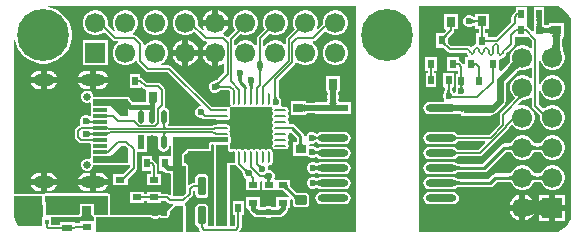
<source format=gtl>
G04*
G04 #@! TF.GenerationSoftware,Altium Limited,Altium Designer,24.10.1 (45)*
G04*
G04 Layer_Physical_Order=1*
G04 Layer_Color=255*
%FSLAX43Y43*%
%MOMM*%
G71*
G04*
G04 #@! TF.SameCoordinates,F8DF5670-C93B-420D-8236-DDA7B883FB67*
G04*
G04*
G04 #@! TF.FilePolarity,Positive*
G04*
G01*
G75*
%ADD11C,0.500*%
%ADD13C,0.254*%
%ADD22R,1.150X0.300*%
%ADD23R,1.150X0.600*%
G04:AMPARAMS|DCode=24|XSize=0.65mm|YSize=1.6mm|CornerRadius=0.114mm|HoleSize=0mm|Usage=FLASHONLY|Rotation=180.000|XOffset=0mm|YOffset=0mm|HoleType=Round|Shape=RoundedRectangle|*
%AMROUNDEDRECTD24*
21,1,0.650,1.373,0,0,180.0*
21,1,0.422,1.600,0,0,180.0*
1,1,0.228,-0.211,0.686*
1,1,0.228,0.211,0.686*
1,1,0.228,0.211,-0.686*
1,1,0.228,-0.211,-0.686*
%
%ADD24ROUNDEDRECTD24*%
%ADD25R,0.650X1.600*%
G04:AMPARAMS|DCode=26|XSize=1.156mm|YSize=0.536mm|CornerRadius=0.268mm|HoleSize=0mm|Usage=FLASHONLY|Rotation=90.000|XOffset=0mm|YOffset=0mm|HoleType=Round|Shape=RoundedRectangle|*
%AMROUNDEDRECTD26*
21,1,1.156,0.000,0,0,90.0*
21,1,0.620,0.536,0,0,90.0*
1,1,0.536,0.000,0.310*
1,1,0.536,0.000,-0.310*
1,1,0.536,0.000,-0.310*
1,1,0.536,0.000,0.310*
%
%ADD26ROUNDEDRECTD26*%
%ADD27R,0.536X1.156*%
%ADD28R,0.600X0.800*%
G04:AMPARAMS|DCode=29|XSize=2.598mm|YSize=0.622mm|CornerRadius=0.311mm|HoleSize=0mm|Usage=FLASHONLY|Rotation=0.000|XOffset=0mm|YOffset=0mm|HoleType=Round|Shape=RoundedRectangle|*
%AMROUNDEDRECTD29*
21,1,2.598,0.000,0,0,0.0*
21,1,1.976,0.622,0,0,0.0*
1,1,0.622,0.988,0.000*
1,1,0.622,-0.988,0.000*
1,1,0.622,-0.988,0.000*
1,1,0.622,0.988,0.000*
%
%ADD29ROUNDEDRECTD29*%
%ADD30R,2.598X0.622*%
%ADD31R,0.830X0.625*%
%ADD32R,0.500X0.800*%
G04:AMPARAMS|DCode=33|XSize=0.2mm|YSize=0.95mm|CornerRadius=0.05mm|HoleSize=0mm|Usage=FLASHONLY|Rotation=90.000|XOffset=0mm|YOffset=0mm|HoleType=Round|Shape=RoundedRectangle|*
%AMROUNDEDRECTD33*
21,1,0.200,0.850,0,0,90.0*
21,1,0.100,0.950,0,0,90.0*
1,1,0.100,0.425,0.050*
1,1,0.100,0.425,-0.050*
1,1,0.100,-0.425,-0.050*
1,1,0.100,-0.425,0.050*
%
%ADD33ROUNDEDRECTD33*%
G04:AMPARAMS|DCode=34|XSize=0.2mm|YSize=0.95mm|CornerRadius=0.05mm|HoleSize=0mm|Usage=FLASHONLY|Rotation=0.000|XOffset=0mm|YOffset=0mm|HoleType=Round|Shape=RoundedRectangle|*
%AMROUNDEDRECTD34*
21,1,0.200,0.850,0,0,0.0*
21,1,0.100,0.950,0,0,0.0*
1,1,0.100,0.050,-0.425*
1,1,0.100,-0.050,-0.425*
1,1,0.100,-0.050,0.425*
1,1,0.100,0.050,0.425*
%
%ADD34ROUNDEDRECTD34*%
%ADD35R,0.950X0.200*%
G04:AMPARAMS|DCode=36|XSize=0.8mm|YSize=1mm|CornerRadius=0.1mm|HoleSize=0mm|Usage=FLASHONLY|Rotation=270.000|XOffset=0mm|YOffset=0mm|HoleType=Round|Shape=RoundedRectangle|*
%AMROUNDEDRECTD36*
21,1,0.800,0.800,0,0,270.0*
21,1,0.600,1.000,0,0,270.0*
1,1,0.200,-0.400,-0.300*
1,1,0.200,-0.400,0.300*
1,1,0.200,0.400,0.300*
1,1,0.200,0.400,-0.300*
%
%ADD36ROUNDEDRECTD36*%
%ADD37R,0.900X0.800*%
%ADD38R,0.800X0.900*%
%ADD39R,0.800X0.500*%
%ADD40C,0.650*%
%ADD41O,2.100X1.000*%
%ADD42O,1.800X1.000*%
G04:AMPARAMS|DCode=43|XSize=1.7mm|YSize=1.7mm|CornerRadius=0.85mm|HoleSize=0mm|Usage=FLASHONLY|Rotation=90.000|XOffset=0mm|YOffset=0mm|HoleType=Round|Shape=RoundedRectangle|*
%AMROUNDEDRECTD43*
21,1,1.700,0.000,0,0,90.0*
21,1,0.000,1.700,0,0,90.0*
1,1,1.700,0.000,0.000*
1,1,1.700,0.000,0.000*
1,1,1.700,0.000,0.000*
1,1,1.700,0.000,0.000*
%
%ADD43ROUNDEDRECTD43*%
%ADD44R,1.700X1.700*%
G04:AMPARAMS|DCode=45|XSize=1.7mm|YSize=1.7mm|CornerRadius=0.85mm|HoleSize=0mm|Usage=FLASHONLY|Rotation=180.000|XOffset=0mm|YOffset=0mm|HoleType=Round|Shape=RoundedRectangle|*
%AMROUNDEDRECTD45*
21,1,1.700,0.000,0,0,180.0*
21,1,0.000,1.700,0,0,180.0*
1,1,1.700,0.000,0.000*
1,1,1.700,0.000,0.000*
1,1,1.700,0.000,0.000*
1,1,1.700,0.000,0.000*
%
%ADD45ROUNDEDRECTD45*%
%ADD46R,1.700X1.700*%
%ADD47C,0.800*%
%ADD61R,0.350X0.660*%
%ADD62R,0.350X0.430*%
%ADD63R,1.250X1.100*%
%ADD74C,0.600*%
%ADD75C,0.144*%
%ADD76C,0.146*%
%ADD77R,3.200X3.200*%
%ADD78C,0.400*%
%ADD79C,0.600*%
%ADD80C,0.300*%
%ADD81C,0.295*%
%ADD82C,0.180*%
%ADD83C,0.295*%
%ADD84C,1.000*%
%ADD85C,4.400*%
%ADD86C,1.000*%
G36*
X29327Y408D02*
X19533D01*
X19481Y535D01*
X19597Y651D01*
X19657Y741D01*
X19678Y847D01*
Y1857D01*
X19850D01*
Y3057D01*
X18950D01*
Y1857D01*
X19122D01*
Y963D01*
X19066Y907D01*
X18667D01*
Y6089D01*
X18945D01*
X18950Y6088D01*
X19050D01*
X19055Y6089D01*
X19100D01*
X19178Y6104D01*
X19188Y6111D01*
X19243Y6088D01*
X19303Y5998D01*
X19633Y5668D01*
X19666Y5630D01*
X19695Y5592D01*
X19720Y5555D01*
X19741Y5519D01*
X19758Y5485D01*
X19771Y5451D01*
X19781Y5419D01*
X19788Y5387D01*
X19794Y5347D01*
X19795Y5345D01*
Y5303D01*
X19871Y5119D01*
X20009Y4981D01*
X20055Y4874D01*
X20055Y4874D01*
X20055D01*
X20055Y4874D01*
Y3974D01*
X21255D01*
Y4654D01*
X21382Y4735D01*
X21387Y4733D01*
Y3966D01*
X22494D01*
X22620Y3963D01*
X22713Y3963D01*
X23175D01*
X23189Y3955D01*
X23214Y3939D01*
X23273Y3889D01*
X23681Y3481D01*
X23633Y3363D01*
X22620D01*
Y2518D01*
X22374D01*
X22260Y2524D01*
X22253Y2525D01*
X22244Y2534D01*
X22060Y2610D01*
X21862D01*
X21678Y2534D01*
X21678Y2534D01*
X21443Y2518D01*
X21255D01*
Y3374D01*
X20055D01*
Y2474D01*
X20144D01*
X20247Y2417D01*
X20278Y2261D01*
X20367Y2129D01*
X20674Y1822D01*
X20674Y1822D01*
X20806Y1733D01*
X20962Y1702D01*
X20962Y1702D01*
X21548D01*
X21662Y1696D01*
X21669Y1695D01*
X21678Y1686D01*
X21862Y1610D01*
X22060D01*
X22244Y1686D01*
X22245Y1686D01*
X22479Y1702D01*
X22875D01*
X22875Y1702D01*
X23031Y1733D01*
X23163Y1822D01*
X23509Y2167D01*
X23509Y2167D01*
X23597Y2299D01*
X23628Y2455D01*
Y2463D01*
X23820D01*
Y3176D01*
X23938Y3225D01*
X23952Y3210D01*
X23971Y3189D01*
X23997Y3156D01*
X24015Y3130D01*
Y2825D01*
X24038Y2708D01*
X24105Y2609D01*
X24204Y2543D01*
X24321Y2519D01*
X25121D01*
X25238Y2543D01*
X25337Y2609D01*
X25403Y2708D01*
X25427Y2825D01*
Y3425D01*
X25403Y3542D01*
X25337Y3641D01*
X25238Y3708D01*
X25121Y3731D01*
X24383D01*
X24322Y3783D01*
X23891Y4215D01*
X23844Y4264D01*
X23820Y4293D01*
Y4863D01*
X22713D01*
X22587Y4866D01*
X22529D01*
X22445Y4993D01*
X22475Y5066D01*
Y5265D01*
X22399Y5449D01*
X22258Y5589D01*
X22074Y5666D01*
X21933D01*
X21920Y5685D01*
Y5884D01*
X21884Y5972D01*
X21921Y6036D01*
X21973Y6088D01*
X22050D01*
X22148Y6107D01*
X22230Y6163D01*
X22285Y6245D01*
X22305Y6343D01*
Y7193D01*
X22285Y7290D01*
X22230Y7373D01*
X22148Y7428D01*
X22050Y7448D01*
X21950D01*
X21852Y7428D01*
X21770Y7373D01*
X21730D01*
X21648Y7428D01*
X21550Y7448D01*
X21450D01*
X21352Y7428D01*
X21270Y7373D01*
X21230D01*
X21148Y7428D01*
X21050Y7448D01*
X20950D01*
X20852Y7428D01*
X20770Y7373D01*
X20730D01*
X20648Y7428D01*
X20550Y7448D01*
X20450D01*
X20352Y7428D01*
X20270Y7373D01*
X20230D01*
X20148Y7428D01*
X20050Y7448D01*
X19950D01*
X19852Y7428D01*
X19770Y7373D01*
X19730D01*
X19648Y7428D01*
X19550Y7448D01*
X19450D01*
X19352Y7428D01*
X19244Y7387D01*
X19178Y7431D01*
X19100Y7447D01*
X19055D01*
X19050Y7448D01*
X18950D01*
X18945Y7447D01*
X18750D01*
X18704Y7492D01*
Y7688D01*
X18705Y7693D01*
Y7793D01*
X18704Y7798D01*
Y7843D01*
X18688Y7921D01*
X18681Y7932D01*
X18688Y7937D01*
X18732Y8003D01*
X18748Y8081D01*
Y8437D01*
X18732Y8516D01*
X18688Y8582D01*
X18685Y8595D01*
X18685Y8595D01*
X18705Y8693D01*
Y8793D01*
X18685Y8890D01*
X18683Y8895D01*
X18639Y8993D01*
X18683Y9091D01*
X18685Y9095D01*
X18705Y9193D01*
Y9293D01*
X18685Y9390D01*
X18630Y9473D01*
X18548Y9528D01*
X18450Y9548D01*
X17600D01*
X17502Y9528D01*
X17487Y9518D01*
X17438Y9506D01*
X17372Y9497D01*
X17326Y9478D01*
X17312Y9476D01*
X17293Y9465D01*
X17286Y9462D01*
X17272Y9456D01*
X17271Y9456D01*
X17207Y9429D01*
X17170Y9401D01*
X13448D01*
X13410Y9526D01*
X13410Y9528D01*
X13514Y9683D01*
X13550Y9865D01*
Y10485D01*
X13514Y10668D01*
X13410Y10823D01*
X13256Y10926D01*
X13198Y11024D01*
X13189Y11069D01*
X13206Y11153D01*
Y12467D01*
X13185Y12573D01*
X13124Y12664D01*
X12820Y12968D01*
X12729Y13029D01*
X12623Y13050D01*
X11673D01*
X11283Y13441D01*
X11192Y13501D01*
X11108Y13518D01*
Y13844D01*
X10208D01*
Y12644D01*
X11108D01*
Y12662D01*
X11226Y12710D01*
X11361Y12575D01*
X11451Y12515D01*
X11558Y12493D01*
X11594D01*
Y11463D01*
X10419D01*
X10277Y11605D01*
X10237Y11632D01*
Y11700D01*
X10221Y11778D01*
X10177Y11844D01*
X10111Y11888D01*
X10033Y11904D01*
X7128D01*
Y11994D01*
X7048Y12187D01*
X6900Y12335D01*
X6707Y12415D01*
X6498D01*
X6305Y12335D01*
X6157Y12187D01*
X6077Y11994D01*
Y11786D01*
X6157Y11593D01*
X6305Y11445D01*
X6498Y11365D01*
X6707D01*
X6793Y11401D01*
X6899Y11330D01*
Y11100D01*
X6903Y11080D01*
Y10297D01*
X6775Y10244D01*
X6766Y10254D01*
X6582Y10330D01*
X6383D01*
X6200Y10254D01*
X6059Y10113D01*
X5983Y9929D01*
Y9730D01*
X6021Y9639D01*
X6005Y9508D01*
X5961Y9477D01*
X5914Y9446D01*
X5668Y9200D01*
X5607Y9110D01*
X5586Y9003D01*
Y8481D01*
X5607Y8375D01*
X5668Y8285D01*
X5899Y8054D01*
X5989Y7994D01*
X6095Y7972D01*
X6267D01*
X6296Y7967D01*
X6806D01*
X6903Y7876D01*
Y6920D01*
X6899Y6900D01*
Y6670D01*
X6793Y6599D01*
X6707Y6635D01*
X6498D01*
X6305Y6555D01*
X6157Y6407D01*
X6077Y6214D01*
Y6006D01*
X6157Y5813D01*
X6305Y5665D01*
X6498Y5585D01*
X6707D01*
X6900Y5665D01*
X7048Y5813D01*
X7128Y6006D01*
Y6096D01*
X10033D01*
X10111Y6112D01*
X10134Y6127D01*
X10261Y6070D01*
Y5952D01*
X9650Y5340D01*
X9629Y5321D01*
X8824D01*
Y4421D01*
X10024D01*
Y4925D01*
X10039Y4943D01*
X10736Y5640D01*
X10796Y5730D01*
X10818Y5837D01*
Y7247D01*
X11641D01*
Y8599D01*
X12546D01*
X12623Y8472D01*
X12596Y8335D01*
Y7715D01*
X12632Y7532D01*
X12736Y7377D01*
X12890Y7274D01*
X13073Y7238D01*
X13256Y7274D01*
X13410Y7377D01*
X13514Y7532D01*
X13547Y7701D01*
X13674Y7688D01*
Y6944D01*
X13614Y6842D01*
X12714D01*
Y5642D01*
X13037D01*
X13123Y5556D01*
X13123Y5556D01*
X13256Y5468D01*
X13412Y5437D01*
X13626D01*
X13674Y5353D01*
Y3638D01*
X13610Y3597D01*
X13547Y3579D01*
X13474Y3628D01*
X13368Y3649D01*
X12861D01*
Y3821D01*
X11661D01*
Y3649D01*
X11427D01*
Y3821D01*
X10227D01*
Y2921D01*
X11427D01*
Y3093D01*
X11661D01*
Y2921D01*
X12861D01*
Y3093D01*
X13252D01*
X13420Y2925D01*
X13510Y2865D01*
X13616Y2844D01*
X13759D01*
X13856Y2835D01*
X13870Y2711D01*
X13447Y2287D01*
X13402Y2220D01*
X13387Y2142D01*
Y2023D01*
X13342Y1914D01*
X13258Y1831D01*
X13150Y1786D01*
X13032D01*
X12899Y1841D01*
X12875Y1857D01*
X12797Y1872D01*
X12694D01*
X12694Y1872D01*
X12616Y1857D01*
X12550Y1813D01*
X12533Y1796D01*
X12425Y1751D01*
X12307D01*
X12198Y1796D01*
X12181Y1813D01*
X12115Y1857D01*
X12037Y1872D01*
X9033Y1872D01*
X8564D01*
Y2700D01*
Y3497D01*
X8548Y3575D01*
X8504Y3641D01*
X8438Y3685D01*
X8360Y3701D01*
X3011D01*
X2933Y3685D01*
X2894Y3659D01*
X2883Y3666D01*
X2805Y3682D01*
X412D01*
X407Y3686D01*
Y16681D01*
X534Y16694D01*
X592Y16400D01*
X773Y15963D01*
X1036Y15570D01*
X1370Y15236D01*
X1763Y14973D01*
X2200Y14792D01*
X2664Y14700D01*
X3136D01*
X3600Y14792D01*
X4037Y14973D01*
X4430Y15236D01*
X4764Y15570D01*
X5027Y15963D01*
X5208Y16400D01*
X5300Y16864D01*
Y17336D01*
X5208Y17800D01*
X5027Y18237D01*
X4764Y18630D01*
X4430Y18964D01*
X4037Y19227D01*
X3600Y19408D01*
X3313Y19465D01*
X3325Y19592D01*
X29327D01*
Y408D01*
D02*
G37*
G36*
X10904Y13376D02*
X10908Y13363D01*
X10916Y13352D01*
X10926Y13343D01*
X10940Y13335D01*
X10956Y13328D01*
X10975Y13323D01*
X10998Y13320D01*
X11023Y13317D01*
X11051Y13317D01*
Y13171D01*
X11023Y13170D01*
X10998Y13168D01*
X10975Y13164D01*
X10956Y13159D01*
X10940Y13153D01*
X10926Y13145D01*
X10916Y13135D01*
X10908Y13124D01*
X10904Y13112D01*
X10902Y13098D01*
Y13390D01*
X10904Y13376D01*
D02*
G37*
G36*
X12465Y11430D02*
X12435Y11418D01*
X12409Y11399D01*
X12386Y11373D01*
X12367Y11339D01*
X12351Y11297D01*
X12339Y11248D01*
X12330Y11191D01*
X12325Y11127D01*
X12323Y11055D01*
X11923D01*
X11922Y11126D01*
X11912Y11247D01*
X11903Y11295D01*
X11891Y11337D01*
X11878Y11371D01*
X11861Y11397D01*
X11842Y11416D01*
X11821Y11427D01*
X11797Y11431D01*
X12498Y11434D01*
X12465Y11430D01*
D02*
G37*
G36*
X12323Y10939D02*
X12343Y10647D01*
X12348Y10630D01*
X12354Y10619D01*
X11892D01*
X11898Y10630D01*
X11903Y10647D01*
X11908Y10671D01*
X11912Y10700D01*
X11918Y10777D01*
X11923Y11005D01*
X12323D01*
X12323Y10939D01*
D02*
G37*
G36*
X10033Y10239D02*
X9472Y10239D01*
X8611Y11100D01*
X7102D01*
Y11700D01*
X10033D01*
Y10239D01*
D02*
G37*
G36*
X8248Y10382D02*
X8252Y10370D01*
X8260Y10359D01*
X8270Y10349D01*
X8284Y10341D01*
X8300Y10335D01*
X8319Y10329D01*
X8342Y10326D01*
X8367Y10324D01*
X8395Y10323D01*
Y10177D01*
X8367Y10176D01*
X8342Y10174D01*
X8319Y10171D01*
X8300Y10165D01*
X8284Y10159D01*
X8270Y10151D01*
X8260Y10141D01*
X8252Y10130D01*
X8248Y10118D01*
X8246Y10104D01*
Y10396D01*
X8248Y10382D01*
D02*
G37*
G36*
X6752Y9977D02*
X6787Y9944D01*
X6826Y9916D01*
X6868Y9891D01*
X6915Y9870D01*
X6965Y9853D01*
X7019Y9839D01*
X7053Y9834D01*
X7054Y9834D01*
X7069Y9840D01*
X7082Y9848D01*
X7093Y9858D01*
X7100Y9868D01*
X7104Y9881D01*
X7106Y9894D01*
Y9827D01*
X7138Y9824D01*
X7203Y9822D01*
X7161Y9678D01*
X7106Y9677D01*
Y9606D01*
X7104Y9619D01*
X7100Y9632D01*
X7093Y9642D01*
X7082Y9652D01*
X7069Y9660D01*
X7054Y9666D01*
X7035Y9671D01*
X7031Y9672D01*
X6905Y9662D01*
X6851Y9653D01*
X6802Y9642D01*
X6757Y9629D01*
X6716Y9615D01*
X6680Y9598D01*
X6647Y9579D01*
X6720Y10013D01*
X6752Y9977D01*
D02*
G37*
G36*
X13202Y9643D02*
X13190Y9638D01*
X13180Y9629D01*
X13170Y9616D01*
X13163Y9600D01*
X13156Y9580D01*
X13151Y9556D01*
X13148Y9529D01*
X13146Y9498D01*
X13145Y9464D01*
X13001D01*
X13000Y9498D01*
X12994Y9556D01*
X12989Y9580D01*
X12983Y9600D01*
X12975Y9616D01*
X12966Y9629D01*
X12956Y9638D01*
X12944Y9643D01*
X12930Y9645D01*
X13216D01*
X13202Y9643D01*
D02*
G37*
G36*
X8248Y9382D02*
X8252Y9370D01*
X8259Y9358D01*
X8270Y9347D01*
X8283Y9337D01*
X8299Y9328D01*
X8318Y9320D01*
X8339Y9313D01*
X8364Y9307D01*
X8392Y9301D01*
X8390Y9148D01*
X8363Y9152D01*
X8338Y9155D01*
X8317Y9155D01*
X8298Y9153D01*
X8282Y9150D01*
X8269Y9144D01*
X8259Y9137D01*
X8252Y9128D01*
X8248Y9117D01*
X8246Y9104D01*
Y9396D01*
X8248Y9382D01*
D02*
G37*
G36*
X17600Y9142D02*
X17587Y9147D01*
X17573Y9151D01*
X17558Y9154D01*
X17543Y9156D01*
X17527Y9157D01*
X17509Y9157D01*
X17473Y9155D01*
X17453Y9153D01*
X17433Y9149D01*
X17383Y9285D01*
X17416Y9291D01*
X17561Y9326D01*
X17564Y9329D01*
X17600Y9142D01*
D02*
G37*
G36*
X7106Y9106D02*
X7104Y9119D01*
X7100Y9132D01*
X7093Y9142D01*
X7082Y9152D01*
X7069Y9160D01*
X7054Y9166D01*
X7035Y9171D01*
X7013Y9175D01*
X6989Y9177D01*
X6961Y9178D01*
Y9322D01*
X6989Y9323D01*
X7013Y9325D01*
X7035Y9329D01*
X7054Y9334D01*
X7069Y9340D01*
X7082Y9348D01*
X7093Y9358D01*
X7100Y9368D01*
X7104Y9381D01*
X7106Y9394D01*
Y9106D01*
D02*
G37*
G36*
X17442Y8840D02*
X17507Y8832D01*
X17526Y8832D01*
X17543Y8832D01*
X17560Y8834D01*
X17574Y8836D01*
X17588Y8839D01*
X17600Y8844D01*
X17564Y8657D01*
X17562Y8658D01*
X17557Y8660D01*
X17550Y8663D01*
X17526Y8669D01*
X17416Y8692D01*
X17418Y8844D01*
X17442Y8840D01*
D02*
G37*
G36*
X8248Y8883D02*
X8252Y8872D01*
X8259Y8863D01*
X8269Y8856D01*
X8282Y8850D01*
X8298Y8847D01*
X8317Y8845D01*
X8338Y8845D01*
X8363Y8848D01*
X8390Y8852D01*
X8392Y8699D01*
X8364Y8693D01*
X8339Y8687D01*
X8318Y8680D01*
X8299Y8672D01*
X8283Y8663D01*
X8270Y8653D01*
X8259Y8642D01*
X8252Y8630D01*
X8248Y8618D01*
X8246Y8604D01*
Y8896D01*
X8248Y8883D01*
D02*
G37*
G36*
X6731Y8947D02*
X6773Y8921D01*
X6818Y8897D01*
X6866Y8877D01*
X6916Y8860D01*
X6969Y8845D01*
X7026Y8834D01*
X7051Y8831D01*
X7054Y8832D01*
X7069Y8838D01*
X7082Y8846D01*
X7093Y8856D01*
X7100Y8867D01*
X7104Y8879D01*
X7106Y8893D01*
Y8825D01*
X7146Y8822D01*
X7211Y8820D01*
X7212Y8676D01*
X7147Y8674D01*
X7106Y8671D01*
Y8604D01*
X7104Y8617D01*
X7100Y8630D01*
X7093Y8641D01*
X7082Y8650D01*
X7069Y8658D01*
X7054Y8664D01*
X7052Y8665D01*
X7027Y8662D01*
X6971Y8650D01*
X6918Y8636D01*
X6867Y8618D01*
X6820Y8598D01*
X6775Y8574D01*
X6732Y8547D01*
X6693Y8516D01*
X6692Y8977D01*
X6731Y8947D01*
D02*
G37*
G36*
X13145Y8676D02*
X13149Y8622D01*
X13151Y8608D01*
X13154Y8598D01*
X13157Y8589D01*
X13160Y8583D01*
X13164Y8580D01*
X13168Y8578D01*
X12977D01*
X12982Y8580D01*
X12986Y8583D01*
X12989Y8589D01*
X12992Y8598D01*
X12995Y8608D01*
X12997Y8622D01*
X12999Y8637D01*
X13000Y8676D01*
X13001Y8698D01*
X13145D01*
X13145Y8676D01*
D02*
G37*
G36*
X7106Y8106D02*
X7104Y8119D01*
X7100Y8132D01*
X7093Y8142D01*
X7082Y8152D01*
X7069Y8160D01*
X7054Y8166D01*
X7035Y8171D01*
X7013Y8175D01*
X6989Y8177D01*
X6961Y8178D01*
Y8322D01*
X6989Y8323D01*
X7013Y8325D01*
X7035Y8329D01*
X7054Y8334D01*
X7069Y8340D01*
X7082Y8348D01*
X7093Y8358D01*
X7100Y8368D01*
X7104Y8381D01*
X7106Y8394D01*
Y8106D01*
D02*
G37*
G36*
X8247Y7349D02*
X8251Y7343D01*
X8256Y7339D01*
X8264Y7334D01*
X8273Y7331D01*
X8285Y7328D01*
X8299Y7326D01*
X8316Y7324D01*
X8354Y7323D01*
Y7177D01*
X8334Y7177D01*
X8299Y7174D01*
X8285Y7172D01*
X8273Y7169D01*
X8264Y7166D01*
X8256Y7161D01*
X8251Y7157D01*
X8247Y7151D01*
X8246Y7145D01*
Y7355D01*
X8247Y7349D01*
D02*
G37*
G36*
X10033Y7535D02*
Y6300D01*
X7102D01*
Y6900D01*
X8625D01*
X9449Y7724D01*
X9844D01*
X10033Y7535D01*
D02*
G37*
G36*
X19583Y6305D02*
X19581Y6301D01*
X19579Y6294D01*
X19578Y6286D01*
X19576Y6276D01*
X19574Y6250D01*
X19573Y6195D01*
X19427D01*
X19427Y6215D01*
X19422Y6286D01*
X19421Y6294D01*
X19419Y6301D01*
X19417Y6305D01*
X19414Y6307D01*
X19586D01*
X19583Y6305D01*
D02*
G37*
G36*
X20583Y6304D02*
X20581Y6299D01*
X20579Y6291D01*
X20578Y6280D01*
X20575Y6250D01*
X20573Y6183D01*
X20573Y6156D01*
X20427D01*
X20427Y6183D01*
X20421Y6291D01*
X20419Y6299D01*
X20417Y6304D01*
X20414Y6307D01*
X20586D01*
X20583Y6304D01*
D02*
G37*
G36*
X21083Y6305D02*
X21081Y6301D01*
X21079Y6295D01*
X21078Y6288D01*
X21076Y6279D01*
X21074Y6254D01*
X21073Y6235D01*
X21090Y6218D01*
X21163Y6156D01*
X21197Y6132D01*
X21229Y6112D01*
X21259Y6097D01*
X21288Y6086D01*
X21315Y6079D01*
X21340Y6077D01*
X21363Y6079D01*
X21126Y5841D01*
X21128Y5864D01*
X21125Y5890D01*
X21119Y5916D01*
X21108Y5945D01*
X21092Y5975D01*
X21072Y6007D01*
X21048Y6041D01*
X21019Y6077D01*
X20948Y6153D01*
X21000Y6204D01*
X20927D01*
X20927Y6223D01*
X20922Y6288D01*
X20921Y6295D01*
X20919Y6301D01*
X20917Y6305D01*
X20914Y6307D01*
X21086D01*
X21083Y6305D01*
D02*
G37*
G36*
X13871Y6038D02*
X13775Y5630D01*
X13771Y5633D01*
X13759Y5635D01*
X13741Y5638D01*
X13682Y5641D01*
X13412Y5645D01*
Y6045D01*
X13871Y6038D01*
D02*
G37*
G36*
X19889Y5911D02*
X19936Y5871D01*
X19983Y5835D01*
X20030Y5803D01*
X20078Y5776D01*
X20126Y5752D01*
X20174Y5733D01*
X20223Y5718D01*
X20272Y5708D01*
X20321Y5701D01*
X19996Y5375D01*
X19989Y5423D01*
X19978Y5472D01*
X19963Y5520D01*
X19944Y5568D01*
X19920Y5616D01*
X19893Y5663D01*
X19861Y5711D01*
X19824Y5758D01*
X19784Y5805D01*
X19739Y5852D01*
X19842Y5956D01*
X19889Y5911D01*
D02*
G37*
G36*
X9924Y5118D02*
X9895Y5088D01*
X9849Y5034D01*
X9832Y5010D01*
X9819Y4988D01*
X9811Y4969D01*
X9806Y4951D01*
X9806Y4936D01*
X9810Y4923D01*
X9818Y4912D01*
X9614Y5115D01*
X9626Y5107D01*
X9639Y5103D01*
X9654Y5103D01*
X9671Y5108D01*
X9691Y5116D01*
X9713Y5129D01*
X9737Y5146D01*
X9762Y5167D01*
X9821Y5221D01*
X9924Y5118D01*
D02*
G37*
G36*
X20572Y5282D02*
X20573Y5270D01*
X20578Y5255D01*
X20586Y5238D01*
X20598Y5219D01*
X20613Y5198D01*
X20631Y5175D01*
X20678Y5123D01*
X20707Y5094D01*
X20603Y4991D01*
X20574Y5019D01*
X20499Y5084D01*
X20478Y5099D01*
X20459Y5111D01*
X20442Y5119D01*
X20428Y5124D01*
X20415Y5125D01*
X20404Y5123D01*
X20574Y5293D01*
X20572Y5282D01*
D02*
G37*
G36*
X20729Y4788D02*
X20731Y4763D01*
X20735Y4740D01*
X20740Y4721D01*
X20746Y4705D01*
X20754Y4691D01*
X20764Y4681D01*
X20775Y4673D01*
X20787Y4669D01*
X20801Y4668D01*
X20509D01*
X20523Y4669D01*
X20535Y4673D01*
X20546Y4681D01*
X20556Y4691D01*
X20564Y4705D01*
X20570Y4721D01*
X20576Y4740D01*
X20579Y4763D01*
X20581Y4788D01*
X20582Y4816D01*
X20728D01*
X20729Y4788D01*
D02*
G37*
G36*
X21783Y4970D02*
X22208Y4977D01*
X22180Y4939D01*
X22155Y4898D01*
X22133Y4853D01*
X22113Y4806D01*
X22097Y4755D01*
X22084Y4702D01*
X22082Y4691D01*
X22086Y4684D01*
X22096Y4674D01*
X22107Y4666D01*
X22119Y4662D01*
X22133Y4660D01*
X22076D01*
X22073Y4645D01*
X22066Y4586D01*
X22061Y4523D01*
X22060Y4458D01*
X21914Y4452D01*
X21912Y4515D01*
X21907Y4576D01*
X21899Y4635D01*
X21894Y4660D01*
X21841D01*
X21855Y4662D01*
X21867Y4666D01*
X21878Y4674D01*
X21888Y4684D01*
X21889Y4685D01*
X21887Y4691D01*
X21872Y4744D01*
X21854Y4794D01*
X21832Y4842D01*
X21807Y4887D01*
X21779Y4930D01*
X21763Y4950D01*
X21743Y4965D01*
X21701Y4992D01*
X21656Y5015D01*
X21609Y5036D01*
X21558Y5053D01*
X21505Y5067D01*
X21449Y5078D01*
X21390Y5086D01*
X21328Y5091D01*
X21264Y5093D01*
Y5238D01*
X21328Y5240D01*
X21449Y5253D01*
X21505Y5264D01*
X21558Y5278D01*
X21609Y5295D01*
X21656Y5316D01*
X21701Y5339D01*
X21743Y5366D01*
X21783Y5396D01*
Y4970D01*
D02*
G37*
G36*
X15985Y4187D02*
X15984Y4201D01*
X15979Y4213D01*
X15972Y4224D01*
X15961Y4234D01*
X15948Y4242D01*
X15931Y4248D01*
X15912Y4253D01*
X15890Y4257D01*
X15864Y4259D01*
X15836Y4260D01*
Y4406D01*
X15864Y4406D01*
X15890Y4409D01*
X15912Y4412D01*
X15931Y4417D01*
X15948Y4424D01*
X15961Y4432D01*
X15972Y4441D01*
X15979Y4452D01*
X15984Y4465D01*
X15985Y4479D01*
Y4187D01*
D02*
G37*
G36*
X23593Y4363D02*
X23581Y4345D01*
X23578Y4322D01*
X23583Y4294D01*
X23597Y4260D01*
X23620Y4222D01*
X23651Y4178D01*
X23691Y4129D01*
X23797Y4017D01*
X23467Y3987D01*
X23422Y4031D01*
X23337Y4102D01*
X23298Y4128D01*
X23260Y4149D01*
X23226Y4165D01*
X23193Y4175D01*
X23162Y4179D01*
X23134Y4177D01*
X23108Y4170D01*
X23614Y4376D01*
X23593Y4363D01*
D02*
G37*
G36*
X18544Y8081D02*
X17020Y8081D01*
X16915Y7975D01*
Y7472D01*
X15045D01*
X14982Y7421D01*
X14937Y7380D01*
Y7254D01*
X14621D01*
Y6088D01*
X14646Y6054D01*
X14937D01*
Y3707D01*
X14748Y3517D01*
X13878D01*
Y8437D01*
X18544D01*
Y8081D01*
D02*
G37*
G36*
X17273Y7849D02*
X17345Y7750D01*
Y7693D01*
X17346Y7688D01*
Y907D01*
X16887D01*
X16816Y1019D01*
X16815Y1034D01*
X16837Y1147D01*
Y2519D01*
X16813Y2641D01*
X16744Y2745D01*
X16640Y2815D01*
X16517Y2839D01*
X16095D01*
X15972Y2815D01*
X15869Y2745D01*
X15799Y2641D01*
X15775Y2519D01*
Y1147D01*
X15799Y1024D01*
X15869Y920D01*
X15972Y851D01*
X16028Y840D01*
Y822D01*
X16049Y715D01*
X16109Y625D01*
X16200Y535D01*
X16147Y408D01*
X14944D01*
Y2623D01*
X14931Y2690D01*
Y2833D01*
X14931D01*
X14964Y2946D01*
X15509Y3492D01*
X15570Y3582D01*
X15591Y3689D01*
Y3918D01*
X15648Y3964D01*
X15775Y3902D01*
Y3647D01*
X15799Y3524D01*
X15869Y3420D01*
X15972Y3351D01*
X16095Y3327D01*
X16517D01*
X16640Y3351D01*
X16744Y3420D01*
X16813Y3524D01*
X16837Y3647D01*
Y5019D01*
X16813Y5141D01*
X16744Y5245D01*
X16640Y5315D01*
X16517Y5339D01*
X16095D01*
X15972Y5315D01*
X15869Y5245D01*
X15799Y5141D01*
X15775Y5019D01*
Y4611D01*
X15563D01*
X15457Y4590D01*
X15366Y4530D01*
X15258Y4422D01*
X15141Y4470D01*
Y6054D01*
X15126Y6132D01*
X15081Y6198D01*
X15015Y6243D01*
X14937Y6258D01*
X14825D01*
Y6981D01*
X14894Y7050D01*
X14937D01*
X15015Y7066D01*
X15081Y7110D01*
X15126Y7176D01*
X15141Y7254D01*
Y7268D01*
X16915D01*
X16993Y7284D01*
X17059Y7328D01*
X17076Y7354D01*
X17096D01*
Y7384D01*
X17103Y7394D01*
X17118Y7472D01*
Y7839D01*
X17245Y7868D01*
X17273Y7849D01*
D02*
G37*
G36*
X11864Y3266D02*
X11863Y3272D01*
X11860Y3278D01*
X11854Y3282D01*
X11847Y3287D01*
X11838Y3290D01*
X11826Y3293D01*
X11812Y3295D01*
X11797Y3297D01*
X11759Y3298D01*
Y3444D01*
X11779Y3444D01*
X11812Y3447D01*
X11826Y3449D01*
X11838Y3452D01*
X11847Y3455D01*
X11854Y3460D01*
X11860Y3464D01*
X11863Y3470D01*
X11864Y3476D01*
Y3266D01*
D02*
G37*
G36*
X12656Y3503D02*
X12661Y3491D01*
X12668Y3480D01*
X12678Y3470D01*
X12692Y3462D01*
X12708Y3456D01*
X12728Y3450D01*
X12750Y3447D01*
X12775Y3445D01*
X12804Y3444D01*
Y3298D01*
X12775Y3297D01*
X12750Y3295D01*
X12728Y3292D01*
X12708Y3286D01*
X12692Y3280D01*
X12678Y3272D01*
X12668Y3262D01*
X12661Y3251D01*
X12656Y3239D01*
X12655Y3225D01*
Y3517D01*
X12656Y3503D01*
D02*
G37*
G36*
X11225Y3503D02*
X11230Y3491D01*
X11237Y3480D01*
X11247Y3470D01*
X11260Y3462D01*
X11277Y3456D01*
X11295Y3450D01*
X11317Y3447D01*
X11342Y3445D01*
X11370Y3444D01*
Y3298D01*
X11342Y3297D01*
X11317Y3295D01*
X11295Y3292D01*
X11277Y3286D01*
X11260Y3280D01*
X11247Y3272D01*
X11237Y3262D01*
X11230Y3251D01*
X11225Y3239D01*
X11224Y3225D01*
Y3517D01*
X11225Y3503D01*
D02*
G37*
G36*
X24171Y3644D02*
X24270Y3559D01*
X24312Y3529D01*
X24350Y3507D01*
X24383Y3494D01*
X24412Y3488D01*
X24435Y3491D01*
X24454Y3502D01*
X24469Y3521D01*
X24225Y3053D01*
X24234Y3077D01*
X24237Y3104D01*
X24234Y3134D01*
X24225Y3166D01*
X24210Y3200D01*
X24188Y3238D01*
X24161Y3277D01*
X24127Y3320D01*
X24088Y3364D01*
X24042Y3412D01*
X24115Y3698D01*
X24171Y3644D01*
D02*
G37*
G36*
X23429Y2667D02*
X23427Y2661D01*
X23426Y2650D01*
X23424Y2635D01*
X23421Y2565D01*
X23420Y2455D01*
X23020D01*
X23009Y2670D01*
X23431D01*
X23429Y2667D01*
D02*
G37*
G36*
X20903Y2677D02*
X20893Y2669D01*
X20884Y2656D01*
X20876Y2638D01*
X20870Y2614D01*
X20865Y2585D01*
X20860Y2551D01*
X20856Y2467D01*
X20855Y2417D01*
X20455D01*
X20454Y2467D01*
X20446Y2585D01*
X20440Y2614D01*
X20434Y2638D01*
X20426Y2656D01*
X20417Y2669D01*
X20407Y2677D01*
X20396Y2680D01*
X20914D01*
X20903Y2677D01*
D02*
G37*
G36*
X19532Y2059D02*
X19520Y2054D01*
X19509Y2047D01*
X19499Y2037D01*
X19491Y2024D01*
X19485Y2008D01*
X19479Y1989D01*
X19476Y1967D01*
X19474Y1942D01*
X19473Y1914D01*
X19327D01*
X19326Y1942D01*
X19324Y1967D01*
X19321Y1989D01*
X19315Y2008D01*
X19309Y2024D01*
X19301Y2037D01*
X19291Y2047D01*
X19280Y2054D01*
X19268Y2059D01*
X19254Y2060D01*
X19546D01*
X19532Y2059D01*
D02*
G37*
G36*
X22164Y2335D02*
X22183Y2330D01*
X22209Y2325D01*
X22243Y2321D01*
X22390Y2313D01*
X22605Y2310D01*
Y1910D01*
X22525Y1910D01*
X22164Y1885D01*
X22153Y1880D01*
Y2341D01*
X22164Y2335D01*
D02*
G37*
G36*
X21769Y1880D02*
X21758Y1885D01*
X21739Y1891D01*
X21713Y1895D01*
X21679Y1899D01*
X21532Y1907D01*
X21317Y1910D01*
Y2310D01*
X21397Y2310D01*
X21758Y2335D01*
X21769Y2341D01*
Y1880D01*
D02*
G37*
G36*
X8360Y2700D02*
Y1868D01*
X8340D01*
X8340Y1868D01*
X8339D01*
X8339Y1868D01*
X7268D01*
X7170Y1938D01*
Y2838D01*
X5970D01*
Y1938D01*
X5872Y1868D01*
X3093D01*
X3085Y1877D01*
X3083Y1888D01*
Y2980D01*
X3013D01*
X3011Y2989D01*
Y3497D01*
X8360D01*
Y2700D01*
D02*
G37*
G36*
X14740Y2623D02*
Y408D01*
X7370D01*
Y1664D01*
X8340D01*
X8340Y1665D01*
X8360D01*
X8379Y1668D01*
X8379D01*
X8380Y1668D01*
X9033D01*
X12037Y1668D01*
X12082Y1623D01*
X12266Y1547D01*
X12465D01*
X12649Y1623D01*
X12694Y1668D01*
X12761D01*
X12797D01*
X12807Y1658D01*
X12991Y1582D01*
X13190D01*
X13374Y1658D01*
X13515Y1799D01*
X13591Y1983D01*
Y2142D01*
X14081Y2633D01*
X14731D01*
X14740Y2623D01*
D02*
G37*
G36*
X6966Y2606D02*
Y1938D01*
X6969Y1922D01*
X6968Y1905D01*
X6977Y1883D01*
X6981Y1860D01*
X6991Y1846D01*
X6997Y1830D01*
X7013Y1813D01*
X7025Y1794D01*
X7040Y1785D01*
X7051Y1772D01*
X7149Y1702D01*
X7170Y1693D01*
X7171Y1692D01*
X7166Y1664D01*
Y1338D01*
X5970D01*
Y1167D01*
X5584D01*
X5553Y1192D01*
Y1272D01*
X4323D01*
Y1037D01*
X3568D01*
Y1664D01*
X5872D01*
X5894Y1669D01*
X5918Y1670D01*
X5933Y1677D01*
X5950Y1680D01*
X5969Y1693D01*
X5990Y1702D01*
X6088Y1772D01*
X6100Y1785D01*
X6114Y1794D01*
X6127Y1813D01*
X6143Y1830D01*
X6149Y1846D01*
X6158Y1860D01*
X6163Y1883D01*
X6171Y1905D01*
X6170Y1922D01*
X6174Y1938D01*
Y2627D01*
X6940D01*
X6966Y2606D01*
D02*
G37*
G36*
X2805Y2980D02*
X2818Y2917D01*
Y2776D01*
X2843Y2774D01*
X2818D01*
Y2750D01*
X2879D01*
Y1868D01*
X2885Y1837D01*
X2818Y1710D01*
X2818D01*
Y1686D01*
X2843D01*
X2818Y1683D01*
Y951D01*
X796D01*
X762Y985D01*
X588Y1246D01*
X468Y1535D01*
X412Y1816D01*
Y3478D01*
X2805D01*
Y2980D01*
D02*
G37*
G36*
X3325Y1084D02*
X3312Y1080D01*
X3301Y1073D01*
X3292Y1062D01*
X3284Y1049D01*
X3277Y1032D01*
X3272Y1013D01*
X3268Y991D01*
X3266Y965D01*
X3265Y937D01*
X3120D01*
X3119Y965D01*
X3117Y991D01*
X3113Y1013D01*
X3108Y1032D01*
X3101Y1049D01*
X3093Y1062D01*
X3084Y1073D01*
X3073Y1080D01*
X3061Y1084D01*
X3047Y1086D01*
X3338D01*
X3325Y1084D01*
D02*
G37*
G36*
X18500Y7408D02*
X18665Y7243D01*
X19100D01*
Y6293D01*
X18463D01*
Y907D01*
X17550D01*
Y7843D01*
X18500D01*
Y7408D01*
D02*
G37*
G36*
X16438Y1035D02*
X16426Y1031D01*
X16415Y1023D01*
X16405Y1013D01*
X16397Y1000D01*
X16391Y983D01*
X16386Y964D01*
X16382Y941D01*
X16380Y916D01*
X16379Y888D01*
X16233D01*
X16232Y916D01*
X16230Y941D01*
X16227Y964D01*
X16222Y983D01*
X16215Y1000D01*
X16207Y1013D01*
X16197Y1023D01*
X16187Y1031D01*
X16174Y1035D01*
X16160Y1037D01*
X16452D01*
X16438Y1035D01*
D02*
G37*
G36*
X6176Y743D02*
X6174Y756D01*
X6170Y769D01*
X6162Y780D01*
X6152Y789D01*
X6139Y797D01*
X6122Y804D01*
X6103Y809D01*
X6080Y813D01*
X6055Y815D01*
X6027Y815D01*
Y961D01*
X6055Y962D01*
X6080Y964D01*
X6103Y968D01*
X6122Y973D01*
X6139Y979D01*
X6152Y987D01*
X6162Y997D01*
X6170Y1008D01*
X6174Y1020D01*
X6176Y1034D01*
Y743D01*
D02*
G37*
G36*
X5348Y858D02*
X5351Y853D01*
X5357Y848D01*
X5364Y844D01*
X5374Y840D01*
X5386Y837D01*
X5400Y835D01*
X5416Y833D01*
X5455Y832D01*
Y686D01*
X5435Y686D01*
X5400Y683D01*
X5386Y681D01*
X5374Y678D01*
X5364Y675D01*
X5357Y671D01*
X5351Y666D01*
X5348Y660D01*
X5347Y654D01*
Y864D01*
X5348Y858D01*
D02*
G37*
G36*
X4529Y613D02*
X4528Y627D01*
X4523Y640D01*
X4516Y651D01*
X4505Y660D01*
X4492Y668D01*
X4476Y675D01*
X4456Y680D01*
X4434Y683D01*
X4409Y686D01*
X4380Y686D01*
Y832D01*
X4409Y833D01*
X4434Y835D01*
X4456Y839D01*
X4476Y844D01*
X4492Y850D01*
X4505Y858D01*
X4516Y868D01*
X4523Y879D01*
X4528Y891D01*
X4529Y905D01*
Y613D01*
D02*
G37*
G36*
X46463Y19531D02*
X46753Y19411D01*
X47014Y19236D01*
X47236Y19015D01*
X47410Y18754D01*
X47530Y18464D01*
X47591Y18157D01*
Y18000D01*
Y2000D01*
Y1843D01*
X47530Y1535D01*
X47410Y1246D01*
X47236Y985D01*
X47014Y763D01*
X46753Y589D01*
X46463Y469D01*
X46156Y408D01*
X34682D01*
X34682Y11144D01*
Y19592D01*
X46156D01*
X46463Y19531D01*
D02*
G37*
%LPC*%
G36*
X17710Y19216D02*
Y18390D01*
X18536D01*
X18489Y18566D01*
X18343Y18818D01*
X18138Y19023D01*
X17886Y19169D01*
X17710Y19216D01*
D02*
G37*
G36*
X17210D02*
X17034Y19169D01*
X16782Y19023D01*
X16577Y18818D01*
X16431Y18566D01*
X16384Y18390D01*
X17210D01*
Y19216D01*
D02*
G37*
G36*
X27758Y19190D02*
X27482D01*
X27215Y19118D01*
X26975Y18980D01*
X26780Y18785D01*
X26642Y18545D01*
X26570Y18278D01*
Y18057D01*
X26543Y18039D01*
X26160Y17656D01*
X26058Y17734D01*
X26058Y17735D01*
X26130Y18002D01*
Y18278D01*
X26058Y18545D01*
X25920Y18785D01*
X25725Y18980D01*
X25485Y19118D01*
X25218Y19190D01*
X24942D01*
X24675Y19118D01*
X24435Y18980D01*
X24240Y18785D01*
X24102Y18545D01*
X24030Y18278D01*
Y18002D01*
X24102Y17735D01*
X24167Y17621D01*
X23496Y16950D01*
X23436Y16859D01*
X23415Y16753D01*
Y16390D01*
X23288Y16337D01*
X23185Y16440D01*
X22945Y16578D01*
X22678Y16650D01*
X22402D01*
X22135Y16578D01*
X21895Y16440D01*
X21700Y16245D01*
X21651Y16160D01*
X21524Y16194D01*
Y16730D01*
X22021Y17227D01*
X22135Y17162D01*
X22402Y17090D01*
X22678D01*
X22945Y17162D01*
X23185Y17300D01*
X23380Y17495D01*
X23518Y17735D01*
X23590Y18002D01*
Y18278D01*
X23518Y18545D01*
X23380Y18785D01*
X23185Y18980D01*
X22945Y19118D01*
X22678Y19190D01*
X22402D01*
X22135Y19118D01*
X21895Y18980D01*
X21700Y18785D01*
X21562Y18545D01*
X21490Y18278D01*
Y18002D01*
X21562Y17735D01*
X21627Y17621D01*
X21049Y17042D01*
X20988Y16952D01*
X20967Y16845D01*
Y16270D01*
X20845Y16237D01*
X20840Y16245D01*
X20645Y16440D01*
X20405Y16578D01*
X20138Y16650D01*
X19862D01*
X19595Y16578D01*
X19355Y16440D01*
X19176Y16261D01*
X19049Y16285D01*
Y16645D01*
X19577Y17172D01*
X19595Y17162D01*
X19862Y17090D01*
X20138D01*
X20405Y17162D01*
X20645Y17300D01*
X20840Y17495D01*
X20978Y17735D01*
X21050Y18002D01*
Y18278D01*
X20978Y18545D01*
X20840Y18785D01*
X20645Y18980D01*
X20405Y19118D01*
X20138Y19190D01*
X19862D01*
X19595Y19118D01*
X19355Y18980D01*
X19160Y18785D01*
X19022Y18545D01*
X18950Y18278D01*
Y18002D01*
X19022Y17735D01*
X19143Y17525D01*
X18574Y16957D01*
X18570Y16951D01*
X18408Y16933D01*
X18293Y17048D01*
X18203Y17108D01*
X18152Y17118D01*
X18130Y17252D01*
X18138Y17257D01*
X18343Y17462D01*
X18489Y17714D01*
X18536Y17890D01*
X17460D01*
X16384D01*
X16431Y17714D01*
X16544Y17518D01*
X16443Y17440D01*
X15951Y17932D01*
X15970Y18002D01*
Y18278D01*
X15898Y18545D01*
X15760Y18785D01*
X15565Y18980D01*
X15325Y19118D01*
X15058Y19190D01*
X14782D01*
X14515Y19118D01*
X14275Y18980D01*
X14080Y18785D01*
X13942Y18545D01*
X13870Y18278D01*
Y18002D01*
X13942Y17735D01*
X14080Y17495D01*
X14275Y17300D01*
X14515Y17162D01*
X14782Y17090D01*
X15058D01*
X15325Y17162D01*
X15565Y17300D01*
X15680Y17415D01*
X16441Y16655D01*
X16531Y16594D01*
X16638Y16573D01*
X16692D01*
X16745Y16446D01*
X16577Y16278D01*
X16431Y16026D01*
X16384Y15850D01*
X17460D01*
Y15600D01*
X17710D01*
Y14524D01*
X17886Y14571D01*
X18105Y14697D01*
X18232Y14646D01*
Y13955D01*
X17682Y13406D01*
X17644Y13373D01*
X17606Y13344D01*
X17569Y13319D01*
X17534Y13299D01*
X17499Y13282D01*
X17465Y13268D01*
X17433Y13258D01*
X17401Y13251D01*
X17361Y13246D01*
X17358Y13245D01*
X17315D01*
X17132Y13169D01*
X16991Y13028D01*
X16915Y12844D01*
Y12645D01*
X16991Y12462D01*
X17132Y12321D01*
X17315Y12245D01*
X17514D01*
X17698Y12321D01*
X17728Y12351D01*
X17731Y12352D01*
X17763Y12377D01*
X17791Y12395D01*
X17821Y12411D01*
X17854Y12425D01*
X17890Y12437D01*
X17930Y12448D01*
X17971Y12456D01*
X18073Y12467D01*
X18601D01*
X18722Y12346D01*
Y12261D01*
X18721Y12251D01*
X18715Y12240D01*
X18695Y12143D01*
Y11293D01*
X18715Y11195D01*
X18744Y11152D01*
X18664Y11043D01*
X18588Y11043D01*
X17557D01*
X17553Y11044D01*
X17549Y11043D01*
X17537D01*
X17536Y11043D01*
X17535Y11043D01*
X17350D01*
Y11021D01*
X17181D01*
X13735Y14467D01*
X13645Y14527D01*
X13538Y14549D01*
X12913D01*
X12879Y14676D01*
X13025Y14760D01*
X13220Y14955D01*
X13358Y15195D01*
X13430Y15462D01*
Y15738D01*
X13358Y16005D01*
X13220Y16245D01*
X13025Y16440D01*
X12785Y16578D01*
X12518Y16650D01*
X12242D01*
X11975Y16578D01*
X11735Y16440D01*
X11540Y16245D01*
X11515Y16201D01*
X11388Y16235D01*
Y16340D01*
X11366Y16446D01*
X11306Y16536D01*
X10771Y17071D01*
X10681Y17132D01*
X10574Y17153D01*
X10484D01*
X10450Y17280D01*
X10485Y17300D01*
X10680Y17495D01*
X10818Y17735D01*
X10890Y18002D01*
Y18278D01*
X10818Y18545D01*
X10680Y18785D01*
X10485Y18980D01*
X10245Y19118D01*
X9978Y19190D01*
X9702D01*
X9435Y19118D01*
X9195Y18980D01*
X9000Y18785D01*
X8862Y18545D01*
X8790Y18278D01*
Y18002D01*
X8862Y17735D01*
X9000Y17495D01*
X9173Y17322D01*
X9159Y17232D01*
X9135Y17188D01*
X9074Y17179D01*
X8329Y17924D01*
X8350Y18002D01*
Y18278D01*
X8278Y18545D01*
X8140Y18785D01*
X7945Y18980D01*
X7705Y19118D01*
X7438Y19190D01*
X7162D01*
X6895Y19118D01*
X6655Y18980D01*
X6460Y18785D01*
X6322Y18545D01*
X6250Y18278D01*
Y18002D01*
X6322Y17735D01*
X6460Y17495D01*
X6655Y17300D01*
X6895Y17162D01*
X7162Y17090D01*
X7438D01*
X7705Y17162D01*
X7945Y17300D01*
X8055Y17410D01*
X8788Y16678D01*
X8878Y16618D01*
X8985Y16596D01*
X9212D01*
X9246Y16469D01*
X9195Y16440D01*
X9000Y16245D01*
X8862Y16005D01*
X8790Y15738D01*
Y15462D01*
X8862Y15195D01*
X9000Y14955D01*
X9195Y14760D01*
X9435Y14622D01*
X9702Y14550D01*
X9978D01*
X10245Y14622D01*
X10485Y14760D01*
X10680Y14955D01*
X10704Y14997D01*
X10831Y14963D01*
Y14912D01*
X10852Y14806D01*
X10913Y14716D01*
X11555Y14074D01*
X11645Y14013D01*
X11751Y13992D01*
X13423D01*
X16216Y11199D01*
X16164Y11072D01*
X16134D01*
X15950Y10996D01*
X15810Y10855D01*
X15734Y10671D01*
Y10473D01*
X15810Y10289D01*
X15950Y10148D01*
X16134Y10072D01*
X16333D01*
X16338Y10074D01*
X16366Y10046D01*
X16366Y10046D01*
X16366Y10046D01*
X16456Y9986D01*
X16563Y9965D01*
X17482D01*
X17492Y9964D01*
X17502Y9957D01*
X17600Y9938D01*
X18450D01*
X18548Y9957D01*
X18630Y10013D01*
X18685Y10095D01*
X18705Y10193D01*
Y10293D01*
X18700Y10316D01*
X18700Y10443D01*
X18700Y10443D01*
X18700Y10443D01*
Y10928D01*
X18700Y11006D01*
X18809Y11086D01*
X18852Y11057D01*
X18950Y11038D01*
X19050D01*
X19148Y11057D01*
X19230Y11113D01*
X19270D01*
X19352Y11057D01*
X19450Y11038D01*
X19550D01*
X19648Y11057D01*
X19730Y11113D01*
X19770D01*
X19852Y11057D01*
X19950Y11038D01*
X20050D01*
X20148Y11057D01*
X20230Y11113D01*
X20270D01*
X20352Y11057D01*
X20450Y11038D01*
X20550D01*
X20648Y11057D01*
X20730Y11113D01*
X20770D01*
X20852Y11057D01*
X20950Y11038D01*
X21050D01*
X21148Y11057D01*
X21230Y11113D01*
X21270D01*
X21352Y11057D01*
X21450Y11038D01*
X21550D01*
X21648Y11057D01*
X21730Y11113D01*
X21770D01*
X21852Y11057D01*
X21950Y11038D01*
X22050D01*
X22148Y11057D01*
X22177Y11077D01*
X22277Y10977D01*
X22290Y10972D01*
X22315Y10890D01*
X22295Y10793D01*
Y10693D01*
X22315Y10595D01*
X22317Y10591D01*
X22361Y10493D01*
X22317Y10395D01*
X22315Y10390D01*
X22295Y10293D01*
Y10193D01*
X22315Y10095D01*
X22370Y10013D01*
Y9973D01*
X22315Y9890D01*
X22295Y9793D01*
Y9693D01*
X22315Y9595D01*
X22370Y9513D01*
Y9473D01*
X22315Y9390D01*
X22295Y9293D01*
Y9193D01*
X22315Y9095D01*
X22317Y9091D01*
X22361Y8993D01*
X22317Y8895D01*
X22315Y8890D01*
X22295Y8793D01*
Y8693D01*
X22315Y8595D01*
X22370Y8513D01*
Y8473D01*
X22315Y8390D01*
X22295Y8293D01*
Y8193D01*
X22315Y8095D01*
X22317Y8091D01*
X22361Y7993D01*
X22317Y7895D01*
X22315Y7890D01*
X22295Y7793D01*
Y7693D01*
X22315Y7595D01*
X22370Y7513D01*
X22452Y7457D01*
X22550Y7438D01*
X23400D01*
X23498Y7457D01*
X23580Y7513D01*
X23635Y7595D01*
X23655Y7693D01*
Y7793D01*
X23635Y7890D01*
X23633Y7895D01*
X23589Y7993D01*
X23633Y8091D01*
X23635Y8095D01*
X23655Y8193D01*
Y8293D01*
X23635Y8390D01*
X23580Y8473D01*
Y8513D01*
X23635Y8595D01*
X23655Y8693D01*
Y8793D01*
X23742Y8893D01*
X23848Y8900D01*
X24334Y8415D01*
Y8033D01*
X24071D01*
Y6833D01*
X25322D01*
X25374Y6781D01*
X25558Y6705D01*
X25757D01*
X25941Y6781D01*
X26066Y6767D01*
X26235Y6654D01*
X26434Y6614D01*
X28410D01*
X28609Y6654D01*
X28778Y6767D01*
X28891Y6936D01*
X28931Y7135D01*
X28891Y7334D01*
X28778Y7503D01*
X28609Y7616D01*
X28410Y7656D01*
X26434D01*
X26235Y7616D01*
X26067Y7504D01*
X26064Y7507D01*
X26038Y7535D01*
X26026Y7544D01*
X25941Y7629D01*
X25757Y7705D01*
X25558D01*
X25517Y7688D01*
X25411Y7759D01*
Y7820D01*
X25494Y7889D01*
X25526Y7905D01*
X25713D01*
X25896Y7981D01*
X25927Y8011D01*
X25929Y8012D01*
X25931Y8014D01*
X26066Y8037D01*
X26235Y7924D01*
X26434Y7884D01*
X28410D01*
X28609Y7924D01*
X28778Y8037D01*
X28891Y8206D01*
X28931Y8405D01*
X28891Y8604D01*
X28778Y8773D01*
X28609Y8886D01*
X28410Y8926D01*
X26434D01*
X26235Y8886D01*
X26066Y8773D01*
X25931Y8796D01*
X25929Y8798D01*
X25927Y8799D01*
X25896Y8829D01*
X25713Y8905D01*
X25514D01*
X25330Y8829D01*
X25189Y8688D01*
X25128Y8541D01*
X25001Y8553D01*
X24976Y8680D01*
X24903Y8788D01*
X24213Y9479D01*
X24105Y9551D01*
X23978Y9576D01*
X23850Y9551D01*
X23832Y9538D01*
X23739D01*
X23649Y9665D01*
X23655Y9693D01*
Y9793D01*
X23635Y9890D01*
X23580Y9973D01*
Y10013D01*
X23635Y10095D01*
X23655Y10193D01*
Y10293D01*
X23635Y10390D01*
X23633Y10395D01*
X23589Y10493D01*
X23633Y10591D01*
X23635Y10595D01*
X23655Y10693D01*
Y10793D01*
X23635Y10890D01*
X23580Y10973D01*
X23498Y11028D01*
X23400Y11048D01*
X23079D01*
X23007Y11175D01*
X23060Y11302D01*
Y11501D01*
X22984Y11684D01*
X22949Y11719D01*
X22946Y11724D01*
X22920Y11757D01*
X22901Y11786D01*
X22884Y11817D01*
X22869Y11850D01*
X22856Y11886D01*
X22845Y11925D01*
X22836Y11968D01*
X22829Y12013D01*
X22825Y12063D01*
X22825Y12063D01*
Y13267D01*
X24151Y14593D01*
X24211Y14683D01*
X24232Y14784D01*
X24248Y14795D01*
X24360Y14835D01*
X24435Y14760D01*
X24675Y14622D01*
X24942Y14550D01*
X25218D01*
X25485Y14622D01*
X25725Y14760D01*
X25920Y14955D01*
X26058Y15195D01*
X26130Y15462D01*
Y15738D01*
X26058Y16005D01*
X25920Y16245D01*
X25725Y16440D01*
X25692Y16459D01*
X25726Y16586D01*
X25762D01*
X25868Y16607D01*
X25958Y16668D01*
X26783Y17492D01*
X26975Y17300D01*
X27215Y17162D01*
X27482Y17090D01*
X27758D01*
X28025Y17162D01*
X28265Y17300D01*
X28460Y17495D01*
X28598Y17735D01*
X28670Y18002D01*
Y18278D01*
X28598Y18545D01*
X28460Y18785D01*
X28265Y18980D01*
X28025Y19118D01*
X27758Y19190D01*
D02*
G37*
G36*
X12518D02*
X12242D01*
X11975Y19118D01*
X11735Y18980D01*
X11540Y18785D01*
X11402Y18545D01*
X11330Y18278D01*
Y18002D01*
X11402Y17735D01*
X11540Y17495D01*
X11735Y17300D01*
X11975Y17162D01*
X12242Y17090D01*
X12518D01*
X12785Y17162D01*
X13025Y17300D01*
X13220Y17495D01*
X13358Y17735D01*
X13430Y18002D01*
Y18278D01*
X13358Y18545D01*
X13220Y18785D01*
X13025Y18980D01*
X12785Y19118D01*
X12518Y19190D01*
D02*
G37*
G36*
X15170Y16676D02*
Y15850D01*
X15996D01*
X15949Y16026D01*
X15803Y16278D01*
X15598Y16483D01*
X15346Y16629D01*
X15170Y16676D01*
D02*
G37*
G36*
X14670D02*
X14494Y16629D01*
X14242Y16483D01*
X14037Y16278D01*
X13891Y16026D01*
X13844Y15850D01*
X14670D01*
Y16676D01*
D02*
G37*
G36*
X27758Y16650D02*
X27482D01*
X27215Y16578D01*
X26975Y16440D01*
X26780Y16245D01*
X26642Y16005D01*
X26570Y15738D01*
Y15462D01*
X26642Y15195D01*
X26780Y14955D01*
X26975Y14760D01*
X27215Y14622D01*
X27482Y14550D01*
X27758D01*
X28025Y14622D01*
X28265Y14760D01*
X28460Y14955D01*
X28598Y15195D01*
X28670Y15462D01*
Y15738D01*
X28598Y16005D01*
X28460Y16245D01*
X28265Y16440D01*
X28025Y16578D01*
X27758Y16650D01*
D02*
G37*
G36*
X8350D02*
X6250D01*
Y14550D01*
X8350D01*
Y16650D01*
D02*
G37*
G36*
X15996Y15350D02*
X15170D01*
Y14524D01*
X15346Y14571D01*
X15598Y14717D01*
X15803Y14922D01*
X15949Y15174D01*
X15996Y15350D01*
D02*
G37*
G36*
X17210D02*
X16384D01*
X16431Y15174D01*
X16577Y14922D01*
X16782Y14717D01*
X17034Y14571D01*
X17210Y14524D01*
Y15350D01*
D02*
G37*
G36*
X14670D02*
X13844D01*
X13891Y15174D01*
X14037Y14922D01*
X14242Y14717D01*
X14494Y14571D01*
X14670Y14524D01*
Y15350D01*
D02*
G37*
G36*
X7653Y14080D02*
X7352D01*
Y13570D01*
X8365D01*
X8311Y13700D01*
X8190Y13858D01*
X8033Y13979D01*
X7849Y14055D01*
X7653Y14080D01*
D02*
G37*
G36*
X3322D02*
X3172D01*
Y13570D01*
X4035D01*
X3981Y13700D01*
X3860Y13858D01*
X3703Y13979D01*
X3519Y14055D01*
X3322Y14080D01*
D02*
G37*
G36*
X2672D02*
X2523D01*
X2326Y14055D01*
X2142Y13979D01*
X1985Y13858D01*
X1864Y13700D01*
X1810Y13570D01*
X2672D01*
Y14080D01*
D02*
G37*
G36*
X6852D02*
X6552D01*
X6356Y14055D01*
X6172Y13979D01*
X6015Y13858D01*
X5894Y13700D01*
X5840Y13570D01*
X6852D01*
Y14080D01*
D02*
G37*
G36*
X8365Y13070D02*
X7352D01*
Y12559D01*
X7653D01*
X7849Y12585D01*
X8033Y12661D01*
X8190Y12782D01*
X8311Y12940D01*
X8365Y13070D01*
D02*
G37*
G36*
X6852D02*
X5840D01*
X5894Y12940D01*
X6015Y12782D01*
X6172Y12661D01*
X6356Y12585D01*
X6552Y12559D01*
X6852D01*
Y13070D01*
D02*
G37*
G36*
X4035D02*
X3172D01*
Y12559D01*
X3322D01*
X3519Y12585D01*
X3703Y12661D01*
X3860Y12782D01*
X3981Y12940D01*
X4035Y13070D01*
D02*
G37*
G36*
X2672D02*
X1810D01*
X1864Y12940D01*
X1985Y12782D01*
X2142Y12661D01*
X2326Y12585D01*
X2523Y12559D01*
X2672D01*
Y13070D01*
D02*
G37*
G36*
X28017Y13655D02*
X26817D01*
Y12562D01*
X26816Y12558D01*
X26817Y12553D01*
Y12355D01*
X26939D01*
X26943Y12338D01*
X26950Y12290D01*
X26957Y12192D01*
Y12107D01*
X26915Y12005D01*
Y11806D01*
X26956Y11707D01*
Y11639D01*
X26953Y11598D01*
X26943Y11540D01*
X26931Y11496D01*
X26920Y11468D01*
X26913Y11456D01*
X26131D01*
X26126Y11457D01*
X26122Y11456D01*
X26119Y11457D01*
X26116Y11456D01*
X25923D01*
Y11400D01*
X25784Y11391D01*
X25305D01*
X25271Y11392D01*
X25210Y11399D01*
X25160Y11408D01*
X25139Y11414D01*
Y11549D01*
X24941D01*
X24936Y11550D01*
X24932Y11549D01*
X23839D01*
Y10349D01*
X24932D01*
X24936Y10348D01*
X24941Y10349D01*
X25139D01*
Y10458D01*
X25146Y10460D01*
X25309Y10474D01*
X25864D01*
X25923Y10471D01*
Y10434D01*
X26122D01*
X26126Y10433D01*
X26131Y10434D01*
X28921D01*
Y11456D01*
X27917D01*
X27910Y11468D01*
X27899Y11496D01*
X27887Y11540D01*
X27878Y11598D01*
X27874Y11639D01*
Y11707D01*
X27915Y11806D01*
Y12005D01*
X27875Y12103D01*
Y12204D01*
X27876Y12224D01*
X27882Y12287D01*
X27890Y12338D01*
X27894Y12355D01*
X28017D01*
Y12553D01*
X28018Y12558D01*
X28017Y12562D01*
Y13655D01*
D02*
G37*
G36*
X28410Y6386D02*
X26434D01*
X26235Y6346D01*
X26176Y6307D01*
X26161Y6300D01*
X26135Y6282D01*
X26114Y6269D01*
X26091Y6258D01*
X26066Y6248D01*
X26057Y6244D01*
X26047Y6247D01*
X26031Y6253D01*
X26027Y6255D01*
X26021Y6258D01*
X25994Y6286D01*
X25810Y6362D01*
X25612D01*
X25428Y6286D01*
X25287Y6145D01*
X25211Y5961D01*
Y5762D01*
X25287Y5578D01*
X25428Y5438D01*
X25612Y5362D01*
X25810D01*
X25994Y5438D01*
X26023Y5466D01*
X26032Y5473D01*
X26038Y5476D01*
X26053Y5481D01*
X26062Y5484D01*
X26066Y5482D01*
X26091Y5472D01*
X26114Y5461D01*
X26135Y5448D01*
X26161Y5430D01*
X26176Y5423D01*
X26235Y5384D01*
X26434Y5344D01*
X28410D01*
X28609Y5384D01*
X28778Y5497D01*
X28891Y5666D01*
X28931Y5865D01*
X28891Y6064D01*
X28778Y6233D01*
X28609Y6346D01*
X28410Y6386D01*
D02*
G37*
G36*
Y5116D02*
X26434D01*
X26235Y5076D01*
X26176Y5037D01*
X26161Y5030D01*
X26135Y5012D01*
X26114Y4999D01*
X26091Y4988D01*
X26066Y4978D01*
X26058Y4975D01*
X26048Y4978D01*
X26032Y4983D01*
X26027Y4986D01*
X26019Y4991D01*
X25992Y5019D01*
X25808Y5095D01*
X25609D01*
X25425Y5019D01*
X25285Y4878D01*
X25209Y4694D01*
Y4496D01*
X25285Y4312D01*
X25425Y4171D01*
X25609Y4095D01*
X25808D01*
X25992Y4171D01*
X26019Y4199D01*
X26027Y4204D01*
X26032Y4207D01*
X26048Y4212D01*
X26058Y4215D01*
X26066Y4212D01*
X26091Y4202D01*
X26114Y4191D01*
X26135Y4178D01*
X26161Y4160D01*
X26176Y4153D01*
X26235Y4114D01*
X26434Y4074D01*
X28410D01*
X28609Y4114D01*
X28778Y4227D01*
X28891Y4396D01*
X28931Y4595D01*
X28891Y4794D01*
X28778Y4963D01*
X28609Y5076D01*
X28410Y5116D01*
D02*
G37*
G36*
X7653Y5440D02*
X7352D01*
Y4930D01*
X8365D01*
X8311Y5060D01*
X8190Y5218D01*
X8033Y5339D01*
X7849Y5415D01*
X7653Y5440D01*
D02*
G37*
G36*
X3322D02*
X3172D01*
Y4930D01*
X4035D01*
X3981Y5060D01*
X3860Y5218D01*
X3703Y5339D01*
X3519Y5415D01*
X3322Y5440D01*
D02*
G37*
G36*
X2672D02*
X2523D01*
X2326Y5415D01*
X2142Y5339D01*
X1985Y5218D01*
X1864Y5060D01*
X1810Y4930D01*
X2672D01*
Y5440D01*
D02*
G37*
G36*
X6852D02*
X6552D01*
X6356Y5415D01*
X6172Y5339D01*
X6015Y5218D01*
X5894Y5060D01*
X5840Y4930D01*
X6852D01*
Y5440D01*
D02*
G37*
G36*
X12114Y6842D02*
X11214D01*
Y5642D01*
X11983D01*
Y5321D01*
X11661D01*
Y4421D01*
X12861D01*
Y5321D01*
X12539D01*
Y6064D01*
X12518Y6171D01*
X12458Y6261D01*
X12280Y6439D01*
X12189Y6499D01*
X12114Y6514D01*
Y6842D01*
D02*
G37*
G36*
X8365Y4430D02*
X7352D01*
Y3919D01*
X7653D01*
X7849Y3945D01*
X8033Y4021D01*
X8190Y4142D01*
X8311Y4300D01*
X8365Y4430D01*
D02*
G37*
G36*
X6852D02*
X5840D01*
X5894Y4300D01*
X6015Y4142D01*
X6172Y4021D01*
X6356Y3945D01*
X6552Y3919D01*
X6852D01*
Y4430D01*
D02*
G37*
G36*
X4035D02*
X3172D01*
Y3919D01*
X3322D01*
X3519Y3945D01*
X3703Y4021D01*
X3860Y4142D01*
X3981Y4300D01*
X4035Y4430D01*
D02*
G37*
G36*
X2672D02*
X1810D01*
X1864Y4300D01*
X1985Y4142D01*
X2142Y4021D01*
X2326Y3945D01*
X2523Y3919D01*
X2672D01*
Y4430D01*
D02*
G37*
G36*
X28410Y3846D02*
X26434D01*
X26235Y3806D01*
X26066Y3693D01*
X25953Y3524D01*
X25913Y3325D01*
X25953Y3126D01*
X26066Y2957D01*
X26235Y2844D01*
X26434Y2804D01*
X28410D01*
X28609Y2844D01*
X28778Y2957D01*
X28891Y3126D01*
X28931Y3325D01*
X28891Y3524D01*
X28778Y3693D01*
X28609Y3806D01*
X28410Y3846D01*
D02*
G37*
%LPD*%
G36*
X26867Y17759D02*
X26865Y17761D01*
X26860Y17763D01*
X26854Y17764D01*
X26845Y17766D01*
X26819Y17768D01*
X26763Y17770D01*
X26740Y17770D01*
Y17916D01*
X26753Y17916D01*
X26782Y17918D01*
X26789Y17919D01*
X26795Y17920D01*
X26799Y17922D01*
X26801Y17924D01*
X26802Y17926D01*
X26802Y17929D01*
X26867Y17759D01*
D02*
G37*
G36*
X15739Y17935D02*
X15738Y17919D01*
X15739Y17903D01*
X15743Y17886D01*
X15749Y17868D01*
X15759Y17850D01*
X15771Y17830D01*
X15787Y17810D01*
X15805Y17788D01*
X15826Y17766D01*
X15763Y17624D01*
X15741Y17644D01*
X15721Y17661D01*
X15703Y17674D01*
X15686Y17683D01*
X15671Y17689D01*
X15658Y17691D01*
X15646Y17689D01*
X15636Y17684D01*
X15627Y17675D01*
X15620Y17663D01*
X15744Y17949D01*
X15739Y17935D01*
D02*
G37*
G36*
X8117Y17927D02*
X8115Y17912D01*
X8116Y17896D01*
X8120Y17879D01*
X8127Y17861D01*
X8136Y17842D01*
X8149Y17823D01*
X8164Y17802D01*
X8183Y17781D01*
X8204Y17759D01*
X8139Y17617D01*
X8118Y17638D01*
X8098Y17655D01*
X8079Y17668D01*
X8062Y17677D01*
X8047Y17683D01*
X8034Y17685D01*
X8022Y17684D01*
X8011Y17679D01*
X8003Y17670D01*
X7996Y17657D01*
X8122Y17942D01*
X8117Y17927D01*
D02*
G37*
G36*
X24593Y17448D02*
X24583Y17456D01*
X24571Y17462D01*
X24557Y17464D01*
X24543Y17463D01*
X24527Y17459D01*
X24511Y17451D01*
X24493Y17440D01*
X24474Y17426D01*
X24453Y17409D01*
X24432Y17389D01*
X24329Y17492D01*
X24349Y17513D01*
X24366Y17534D01*
X24380Y17553D01*
X24391Y17571D01*
X24399Y17587D01*
X24403Y17603D01*
X24404Y17617D01*
X24402Y17631D01*
X24396Y17643D01*
X24388Y17653D01*
X24593Y17448D01*
D02*
G37*
G36*
X22053D02*
X22043Y17456D01*
X22031Y17462D01*
X22017Y17464D01*
X22003Y17463D01*
X21987Y17459D01*
X21971Y17451D01*
X21953Y17440D01*
X21934Y17426D01*
X21913Y17409D01*
X21892Y17389D01*
X21789Y17492D01*
X21809Y17513D01*
X21826Y17534D01*
X21840Y17553D01*
X21851Y17571D01*
X21859Y17587D01*
X21863Y17603D01*
X21864Y17617D01*
X21862Y17631D01*
X21856Y17643D01*
X21848Y17653D01*
X22053Y17448D01*
D02*
G37*
G36*
X19609Y17392D02*
X19596Y17400D01*
X19583Y17404D01*
X19569Y17405D01*
X19553Y17402D01*
X19537Y17397D01*
X19519Y17388D01*
X19500Y17377D01*
X19480Y17362D01*
X19459Y17344D01*
X19437Y17322D01*
X19322Y17413D01*
X19342Y17435D01*
X19360Y17456D01*
X19374Y17475D01*
X19384Y17492D01*
X19391Y17509D01*
X19395Y17524D01*
X19395Y17538D01*
X19392Y17550D01*
X19386Y17561D01*
X19376Y17570D01*
X19609Y17392D01*
D02*
G37*
G36*
X21320Y15202D02*
X21333Y15081D01*
X21344Y15025D01*
X21358Y14971D01*
X21375Y14921D01*
X21396Y14873D01*
X21419Y14828D01*
X21446Y14786D01*
X21476Y14747D01*
X21015D01*
X21045Y14786D01*
X21072Y14828D01*
X21095Y14873D01*
X21116Y14921D01*
X21133Y14971D01*
X21147Y15025D01*
X21158Y15081D01*
X21166Y15140D01*
X21171Y15202D01*
X21173Y15266D01*
X21318D01*
X21320Y15202D01*
D02*
G37*
G36*
X21451Y14329D02*
X21426Y14288D01*
X21404Y14243D01*
X21385Y14196D01*
X21369Y14145D01*
X21355Y14092D01*
X21345Y14035D01*
X21337Y13976D01*
X21333Y13913D01*
X21332Y13848D01*
X21186Y13841D01*
X21184Y13905D01*
X21179Y13966D01*
X21171Y14024D01*
X21159Y14080D01*
X21144Y14133D01*
X21126Y14183D01*
X21104Y14231D01*
X21079Y14276D01*
X21050Y14319D01*
X21019Y14359D01*
X21479Y14367D01*
X21451Y14329D01*
D02*
G37*
G36*
X19753Y13708D02*
X19739Y13680D01*
X19727Y13645D01*
X19716Y13605D01*
X19707Y13559D01*
X19699Y13507D01*
X19689Y13386D01*
X19686Y13242D01*
X19391D01*
X19390Y13317D01*
X19378Y13507D01*
X19370Y13559D01*
X19361Y13605D01*
X19350Y13645D01*
X19338Y13680D01*
X19324Y13708D01*
X19308Y13731D01*
X19769D01*
X19753Y13708D01*
D02*
G37*
G36*
X20701Y13130D02*
X20690Y13104D01*
X20680Y13071D01*
X20671Y13033D01*
X20664Y12988D01*
X20653Y12879D01*
X20648Y12745D01*
X20647Y12668D01*
X20353Y12650D01*
X20352Y12725D01*
X20340Y12913D01*
X20333Y12964D01*
X20324Y13007D01*
X20313Y13045D01*
X20301Y13075D01*
X20288Y13100D01*
X20273Y13118D01*
X20714Y13150D01*
X20701Y13130D01*
D02*
G37*
G36*
X17969Y13196D02*
X17924Y13149D01*
X17848Y13055D01*
X17816Y13007D01*
X17788Y12960D01*
X17765Y12912D01*
X17755Y12886D01*
X17781Y12874D01*
X17831Y12857D01*
X17884Y12843D01*
X17940Y12832D01*
X17999Y12824D01*
X18061Y12819D01*
X18126Y12818D01*
Y12672D01*
X18061Y12670D01*
X17940Y12658D01*
X17884Y12647D01*
X17831Y12632D01*
X17781Y12615D01*
X17733Y12595D01*
X17688Y12571D01*
X17646Y12544D01*
X17607Y12514D01*
Y12824D01*
X17388Y13044D01*
X17437Y13050D01*
X17485Y13061D01*
X17534Y13076D01*
X17582Y13095D01*
X17630Y13119D01*
X17677Y13146D01*
X17725Y13178D01*
X17772Y13214D01*
X17819Y13255D01*
X17866Y13299D01*
X17969Y13196D01*
D02*
G37*
G36*
X20102Y12583D02*
X20099Y12572D01*
X20097Y12555D01*
X20094Y12505D01*
X20090Y12281D01*
X19910D01*
X19896Y12589D01*
X20104D01*
X20102Y12583D01*
D02*
G37*
G36*
X20602Y12540D02*
X20599Y12529D01*
X20597Y12512D01*
X20594Y12462D01*
X20590Y12238D01*
X20410D01*
X20396Y12546D01*
X20604D01*
X20602Y12540D01*
D02*
G37*
G36*
X21573Y12302D02*
X21579Y12195D01*
X21581Y12186D01*
X21583Y12181D01*
X21586Y12179D01*
X21414D01*
X21417Y12181D01*
X21419Y12186D01*
X21421Y12195D01*
X21422Y12205D01*
X21425Y12236D01*
X21427Y12302D01*
X21427Y12330D01*
X21573D01*
X21573Y12302D01*
D02*
G37*
G36*
X21073D02*
X21079Y12195D01*
X21081Y12186D01*
X21083Y12181D01*
X21086Y12179D01*
X20914D01*
X20917Y12181D01*
X20919Y12186D01*
X20921Y12195D01*
X20922Y12205D01*
X20925Y12236D01*
X20927Y12302D01*
X20927Y12330D01*
X21073D01*
X21073Y12302D01*
D02*
G37*
G36*
X19573D02*
X19579Y12195D01*
X19581Y12186D01*
X19583Y12181D01*
X19586Y12179D01*
X19414D01*
X19417Y12181D01*
X19419Y12186D01*
X19421Y12195D01*
X19422Y12205D01*
X19425Y12236D01*
X19427Y12302D01*
X19427Y12330D01*
X19573D01*
X19573Y12302D01*
D02*
G37*
G36*
X19073D02*
X19079Y12195D01*
X19081Y12186D01*
X19083Y12181D01*
X19086Y12179D01*
X18914D01*
X18917Y12181D01*
X18919Y12186D01*
X18921Y12195D01*
X18922Y12205D01*
X18925Y12236D01*
X18927Y12302D01*
X18927Y12330D01*
X19073D01*
X19073Y12302D01*
D02*
G37*
G36*
X22621Y12051D02*
X22626Y11991D01*
X22635Y11932D01*
X22646Y11876D01*
X22662Y11823D01*
X22680Y11773D01*
X22702Y11725D01*
X22727Y11680D01*
X22755Y11637D01*
X22787Y11597D01*
X22326Y11589D01*
X22354Y11627D01*
X22379Y11669D01*
X22401Y11713D01*
X22421Y11761D01*
X22437Y11811D01*
X22450Y11865D01*
X22461Y11921D01*
X22468Y11981D01*
X22472Y12043D01*
X22474Y12109D01*
X22620Y12115D01*
X22621Y12051D01*
D02*
G37*
G36*
X17553Y10646D02*
X17552Y10650D01*
X17547Y10654D01*
X17540Y10658D01*
X17530Y10661D01*
X17517Y10664D01*
X17501Y10666D01*
X17460Y10669D01*
X17407Y10670D01*
Y10816D01*
X17435Y10816D01*
X17517Y10822D01*
X17530Y10824D01*
X17540Y10827D01*
X17547Y10831D01*
X17552Y10835D01*
X17553Y10840D01*
Y10646D01*
D02*
G37*
G36*
X16501Y10432D02*
X16503Y10425D01*
X16508Y10416D01*
X16515Y10405D01*
X16525Y10392D01*
X16553Y10359D01*
X16614Y10295D01*
X16511Y10192D01*
X16488Y10215D01*
X16401Y10291D01*
X16390Y10298D01*
X16381Y10303D01*
X16373Y10305D01*
X16368Y10304D01*
X16502Y10437D01*
X16501Y10432D01*
D02*
G37*
G36*
X17564Y10157D02*
X17562Y10159D01*
X17556Y10162D01*
X17548Y10163D01*
X17537Y10165D01*
X17507Y10168D01*
X17441Y10170D01*
X17413Y10170D01*
Y10316D01*
X17441Y10316D01*
X17548Y10322D01*
X17556Y10324D01*
X17562Y10326D01*
X17564Y10329D01*
Y10157D01*
D02*
G37*
G36*
X25844Y8606D02*
X25886Y8579D01*
X25931Y8555D01*
X25979Y8535D01*
X26029Y8517D01*
X26083Y8503D01*
X26120Y8496D01*
X26120Y8496D01*
X26136Y8504D01*
X26148Y8513D01*
X26157Y8524D01*
X26162Y8536D01*
X26164Y8550D01*
Y8489D01*
X26198Y8484D01*
X26260Y8479D01*
X26324Y8478D01*
Y8332D01*
X26260Y8331D01*
X26164Y8321D01*
Y8260D01*
X26162Y8274D01*
X26157Y8286D01*
X26148Y8297D01*
X26136Y8306D01*
X26120Y8314D01*
X26120Y8314D01*
X26083Y8307D01*
X26029Y8293D01*
X25979Y8275D01*
X25931Y8255D01*
X25886Y8231D01*
X25844Y8205D01*
X25805Y8175D01*
Y8635D01*
X25844Y8606D01*
D02*
G37*
G36*
X24796Y8035D02*
X24800Y7991D01*
X24806Y7953D01*
X24815Y7919D01*
X24826Y7891D01*
X24840Y7868D01*
X24857Y7850D01*
X24876Y7837D01*
X24898Y7829D01*
X24922Y7827D01*
X24414D01*
X24438Y7829D01*
X24459Y7837D01*
X24478Y7850D01*
X24495Y7868D01*
X24509Y7891D01*
X24520Y7919D01*
X24529Y7953D01*
X24536Y7991D01*
X24539Y8035D01*
X24541Y8084D01*
X24795D01*
X24796Y8035D01*
D02*
G37*
G36*
X25921Y7361D02*
X25958Y7329D01*
X25998Y7300D01*
X26042Y7276D01*
X26089Y7255D01*
X26139Y7238D01*
X26141Y7238D01*
X26148Y7243D01*
X26157Y7254D01*
X26162Y7266D01*
X26164Y7280D01*
Y7232D01*
X26194Y7225D01*
X26251Y7215D01*
X26313Y7210D01*
X26377Y7208D01*
X26341Y7062D01*
X26271Y7061D01*
X26164Y7052D01*
Y6990D01*
X26162Y7004D01*
X26157Y7016D01*
X26148Y7027D01*
X26136Y7036D01*
X26120Y7044D01*
X26110Y7047D01*
X26086Y7045D01*
X26033Y7036D01*
X25983Y7024D01*
X25938Y7010D01*
X25896Y6995D01*
X25859Y6977D01*
X25826Y6956D01*
X25888Y7396D01*
X25921Y7361D01*
D02*
G37*
G36*
X27786Y12553D02*
X27761Y12538D01*
X27739Y12513D01*
X27719Y12478D01*
X27703Y12433D01*
X27690Y12378D01*
X27679Y12313D01*
X27672Y12238D01*
X27666Y12058D01*
X27166D01*
X27165Y12153D01*
X27153Y12313D01*
X27143Y12378D01*
X27130Y12433D01*
X27114Y12478D01*
X27095Y12513D01*
X27073Y12538D01*
X27048Y12553D01*
X27020Y12558D01*
X27814D01*
X27786Y12553D01*
D02*
G37*
G36*
X27668Y11657D02*
X27675Y11572D01*
X27688Y11496D01*
X27705Y11431D01*
X27728Y11376D01*
X27755Y11330D01*
X27788Y11295D01*
X27825Y11270D01*
X27868Y11255D01*
X27915Y11250D01*
X26915D01*
X26963Y11255D01*
X27005Y11270D01*
X27043Y11295D01*
X27075Y11330D01*
X27103Y11376D01*
X27125Y11431D01*
X27143Y11496D01*
X27155Y11572D01*
X27163Y11657D01*
X27165Y11753D01*
X27665D01*
X27668Y11657D01*
D02*
G37*
G36*
X26126Y10637D02*
X26121Y10646D01*
X26106Y10653D01*
X26081Y10660D01*
X26046Y10666D01*
X26001Y10671D01*
X25806Y10681D01*
X25626Y10682D01*
Y11182D01*
X25721Y11183D01*
X26001Y11200D01*
X26046Y11208D01*
X26081Y11217D01*
X26106Y11228D01*
X26121Y11240D01*
X26126Y11253D01*
Y10637D01*
D02*
G37*
G36*
X24941Y11315D02*
X24956Y11287D01*
X24981Y11263D01*
X25016Y11241D01*
X25061Y11223D01*
X25116Y11209D01*
X25181Y11197D01*
X25256Y11189D01*
X25436Y11182D01*
Y10682D01*
X25341Y10681D01*
X25116Y10662D01*
X25061Y10650D01*
X25016Y10636D01*
X24981Y10619D01*
X24956Y10599D01*
X24941Y10577D01*
X24936Y10552D01*
Y11346D01*
X24941Y11315D01*
D02*
G37*
G36*
X26279Y6015D02*
X26390Y6012D01*
X26394Y5718D01*
X26319Y5717D01*
X26279Y5714D01*
Y5596D01*
X26246Y5619D01*
X26212Y5640D01*
X26175Y5658D01*
X26137Y5674D01*
X26097Y5687D01*
X26069Y5694D01*
X26031Y5687D01*
X25991Y5676D01*
X25956Y5663D01*
X25927Y5648D01*
X25904Y5632D01*
X25904Y5717D01*
X25867Y5718D01*
Y6012D01*
X25902Y6013D01*
X25902Y6093D01*
X25925Y6078D01*
X25953Y6064D01*
X25987Y6052D01*
X26027Y6041D01*
X26064Y6034D01*
X26097Y6043D01*
X26137Y6056D01*
X26175Y6072D01*
X26212Y6090D01*
X26246Y6111D01*
X26279Y6134D01*
Y6015D01*
D02*
G37*
G36*
Y4745D02*
X26390Y4742D01*
Y4448D01*
X26315Y4447D01*
X26279Y4444D01*
Y4326D01*
X26246Y4349D01*
X26212Y4370D01*
X26175Y4388D01*
X26137Y4404D01*
X26097Y4417D01*
X26065Y4425D01*
X26027Y4418D01*
X25986Y4407D01*
X25952Y4394D01*
X25923Y4380D01*
X25901Y4365D01*
Y4447D01*
X25867Y4448D01*
Y4742D01*
X25901Y4743D01*
Y4825D01*
X25923Y4810D01*
X25952Y4796D01*
X25986Y4783D01*
X26027Y4772D01*
X26065Y4765D01*
X26097Y4773D01*
X26137Y4786D01*
X26175Y4802D01*
X26212Y4820D01*
X26246Y4841D01*
X26279Y4864D01*
Y4745D01*
D02*
G37*
G36*
X11909Y6374D02*
X11914Y6362D01*
X11921Y6351D01*
X11932Y6341D01*
X11945Y6333D01*
X11961Y6327D01*
X11981Y6322D01*
X12003Y6318D01*
X12028Y6316D01*
X12057Y6315D01*
Y6169D01*
X12028Y6169D01*
X12003Y6166D01*
X11981Y6163D01*
X11961Y6158D01*
X11945Y6151D01*
X11932Y6143D01*
X11921Y6134D01*
X11914Y6123D01*
X11909Y6110D01*
X11908Y6096D01*
Y6388D01*
X11909Y6374D01*
D02*
G37*
G36*
X12334Y5235D02*
X12337Y5210D01*
X12340Y5188D01*
X12345Y5168D01*
X12352Y5152D01*
X12360Y5139D01*
X12369Y5128D01*
X12380Y5121D01*
X12393Y5116D01*
X12407Y5115D01*
X12115D01*
X12129Y5116D01*
X12141Y5121D01*
X12152Y5128D01*
X12162Y5139D01*
X12170Y5152D01*
X12176Y5168D01*
X12181Y5188D01*
X12185Y5210D01*
X12187Y5235D01*
X12188Y5264D01*
X12334D01*
X12334Y5235D01*
D02*
G37*
%LPC*%
G36*
X45316Y19459D02*
X44416D01*
Y18478D01*
X44416Y18477D01*
X44416Y18474D01*
Y18466D01*
X44416Y18462D01*
X44416Y18458D01*
Y18282D01*
X44411Y18157D01*
X44411Y18157D01*
X44411D01*
Y17958D01*
X44411Y17954D01*
X44411Y17951D01*
X44411Y17948D01*
X44411Y17945D01*
Y17438D01*
X44294Y17390D01*
X43930Y17754D01*
X43840Y17814D01*
X43811Y17820D01*
Y18157D01*
X43811D01*
X43816Y18259D01*
X43816D01*
X43816Y18282D01*
Y19459D01*
X42916D01*
Y19116D01*
X42916Y19116D01*
X42825Y19056D01*
X42611Y18841D01*
X42551Y18751D01*
X42529Y18645D01*
Y18232D01*
X41224Y16926D01*
X40539D01*
Y17248D01*
X40311D01*
Y17614D01*
X40633D01*
Y18914D01*
X39433D01*
Y18711D01*
X39429Y18704D01*
X39393Y18670D01*
X39322Y18641D01*
X39306Y18639D01*
X39276Y18662D01*
X39272Y18664D01*
X39238Y18698D01*
X39054Y18774D01*
X38855D01*
X38672Y18698D01*
X38531Y18557D01*
X38455Y18374D01*
Y18175D01*
X38531Y17991D01*
X38672Y17850D01*
X38855Y17774D01*
X39054D01*
X39238Y17850D01*
X39265Y17877D01*
X39265Y17877D01*
X39297Y17900D01*
X39306Y17906D01*
X39368Y17887D01*
X39407Y17862D01*
X39433Y17828D01*
X39433Y17827D01*
Y17614D01*
X39754D01*
Y17248D01*
X39539D01*
Y16343D01*
X39412Y16318D01*
X39256Y16214D01*
X39209Y16143D01*
X39146Y16060D01*
X39046Y16111D01*
X38982Y16153D01*
X38797Y16190D01*
Y16186D01*
X37425D01*
X37182Y16429D01*
X37163Y16450D01*
X37162Y16451D01*
Y16461D01*
X37162Y16465D01*
X37162Y16470D01*
Y16842D01*
X37162Y16847D01*
X37162Y16851D01*
Y16860D01*
X37178Y16879D01*
X37602Y17303D01*
X37662Y17393D01*
X37683Y17499D01*
Y17593D01*
X38005D01*
Y18893D01*
X36805D01*
Y17593D01*
X36939D01*
X36987Y17475D01*
X36789Y17277D01*
X36768Y17257D01*
X36766Y17256D01*
X36757D01*
X36752Y17257D01*
X36748Y17256D01*
X36162D01*
Y16056D01*
X36748D01*
X36752Y16055D01*
X36757Y16056D01*
X36765D01*
X36784Y16040D01*
X37113Y15711D01*
X37203Y15651D01*
X37310Y15630D01*
X38730D01*
X38751Y15524D01*
X38856Y15367D01*
X38875Y15355D01*
X38836Y15228D01*
X38589D01*
Y14684D01*
X38543Y14654D01*
X38462Y14635D01*
X38265Y14833D01*
X38175Y14893D01*
X38112Y14906D01*
Y15236D01*
X37112D01*
Y14036D01*
X38008D01*
Y13844D01*
X37836D01*
Y12644D01*
X37836Y12644D01*
X37836D01*
X37829Y12520D01*
X37793Y12433D01*
Y12312D01*
X37685Y12199D01*
X37675Y12196D01*
X37643Y12199D01*
X37626Y12239D01*
X37600Y12265D01*
X37577Y12296D01*
X37561Y12322D01*
X37546Y12352D01*
X37533Y12385D01*
X37521Y12422D01*
X37511Y12462D01*
X37503Y12504D01*
X37498Y12559D01*
X37584Y12686D01*
X37665D01*
Y13886D01*
X36765D01*
Y12686D01*
X36839D01*
X36842Y12684D01*
X36931Y12569D01*
X36931Y12559D01*
X36926Y12521D01*
X36917Y12479D01*
X36906Y12440D01*
X36893Y12404D01*
X36878Y12371D01*
X36861Y12340D01*
X36842Y12311D01*
X36815Y12278D01*
X36813Y12273D01*
X36779Y12239D01*
X36702Y12055D01*
Y11856D01*
X36779Y11672D01*
X36858Y11593D01*
X36805Y11466D01*
X35590D01*
X35391Y11426D01*
X35222Y11313D01*
X35109Y11144D01*
X35069Y10945D01*
X35109Y10746D01*
X35222Y10577D01*
X35391Y10464D01*
X35590Y10424D01*
X37566D01*
X37654Y10441D01*
X37656Y10441D01*
X38100Y10462D01*
X38124Y10460D01*
X38184Y10452D01*
X38230Y10442D01*
X38261Y10431D01*
X38263Y10430D01*
Y10260D01*
X38461D01*
X38466Y10259D01*
X38470Y10260D01*
X39355D01*
X39360Y10259D01*
X39363Y10260D01*
X39367Y10259D01*
X39370Y10260D01*
X39660D01*
X39663Y10259D01*
X39666Y10260D01*
X39670Y10259D01*
X39674Y10260D01*
X40767D01*
Y10350D01*
X40888D01*
X41083Y10389D01*
X41248Y10500D01*
X41893Y11144D01*
X42003Y11309D01*
X42042Y11504D01*
Y13061D01*
X42967Y13986D01*
X43027Y14038D01*
X43110Y14103D01*
X43183Y14152D01*
X43228Y14175D01*
X43322Y14150D01*
X43449D01*
X43458Y14148D01*
X43467Y14150D01*
X43598D01*
X43865Y14222D01*
X44105Y14360D01*
X44166Y14421D01*
X44283Y14372D01*
Y13488D01*
X44166Y13439D01*
X44105Y13500D01*
X43865Y13638D01*
X43598Y13710D01*
X43322D01*
X43055Y13638D01*
X42815Y13500D01*
X42620Y13305D01*
X42482Y13065D01*
X42410Y12798D01*
Y12522D01*
X42482Y12255D01*
X42620Y12015D01*
X42815Y11820D01*
X42823Y11762D01*
X41623Y10561D01*
X41562Y10471D01*
X41541Y10364D01*
Y9580D01*
X40644Y8683D01*
X37995D01*
X37934Y8773D01*
X37765Y8886D01*
X37566Y8926D01*
X35590D01*
X35391Y8886D01*
X35222Y8773D01*
X35109Y8604D01*
X35069Y8405D01*
X35109Y8206D01*
X35222Y8037D01*
X35391Y7924D01*
X35590Y7884D01*
X37566D01*
X37765Y7924D01*
X37934Y8037D01*
X37995Y8127D01*
X40272D01*
X40321Y8009D01*
X39725Y7413D01*
X37995D01*
X37934Y7503D01*
X37765Y7616D01*
X37566Y7656D01*
X35590D01*
X35391Y7616D01*
X35222Y7503D01*
X35109Y7334D01*
X35069Y7135D01*
X35109Y6936D01*
X35222Y6767D01*
X35391Y6654D01*
X35590Y6614D01*
X37566D01*
X37765Y6654D01*
X37934Y6767D01*
X37995Y6857D01*
X39840D01*
X39946Y6878D01*
X40037Y6938D01*
X42264Y9166D01*
X42324Y9256D01*
X42336Y9315D01*
X42511Y9490D01*
X42620Y9475D01*
X42815Y9280D01*
X43055Y9142D01*
X43322Y9070D01*
X43598D01*
X43865Y9142D01*
X44105Y9280D01*
X44300Y9475D01*
X44438Y9715D01*
X44510Y9982D01*
Y10258D01*
X44438Y10525D01*
X44300Y10765D01*
X44105Y10960D01*
X43865Y11098D01*
X43598Y11170D01*
X43322D01*
X43153Y11125D01*
X43087Y11239D01*
X43441Y11593D01*
X43446Y11597D01*
X43457Y11606D01*
X43464Y11610D01*
X43598D01*
X43865Y11682D01*
X44105Y11820D01*
X44166Y11881D01*
X44283Y11832D01*
Y11129D01*
X44304Y11023D01*
X44365Y10932D01*
X44969Y10328D01*
X44950Y10258D01*
Y9982D01*
X45022Y9715D01*
X45160Y9475D01*
X45355Y9280D01*
X45595Y9142D01*
X45862Y9070D01*
X46138D01*
X46405Y9142D01*
X46645Y9280D01*
X46840Y9475D01*
X46978Y9715D01*
X47050Y9982D01*
Y10258D01*
X46978Y10525D01*
X46840Y10765D01*
X46645Y10960D01*
X46405Y11098D01*
X46138Y11170D01*
X45862D01*
X45595Y11098D01*
X45355Y10960D01*
X45239Y10844D01*
X44840Y11244D01*
Y12443D01*
X44967Y12460D01*
X45022Y12255D01*
X45160Y12015D01*
X45355Y11820D01*
X45595Y11682D01*
X45862Y11610D01*
X46138D01*
X46405Y11682D01*
X46645Y11820D01*
X46840Y12015D01*
X46978Y12255D01*
X47050Y12522D01*
Y12798D01*
X46978Y13065D01*
X46840Y13305D01*
X46645Y13500D01*
X46405Y13638D01*
X46138Y13710D01*
X45862D01*
X45595Y13638D01*
X45355Y13500D01*
X45160Y13305D01*
X45022Y13065D01*
X44967Y12860D01*
X44840Y12877D01*
Y14983D01*
X44967Y15000D01*
X45022Y14795D01*
X45160Y14555D01*
X45355Y14360D01*
X45595Y14222D01*
X45862Y14150D01*
X46138D01*
X46405Y14222D01*
X46645Y14360D01*
X46840Y14555D01*
X46978Y14795D01*
X47050Y15062D01*
Y15338D01*
X46978Y15605D01*
X46952Y15651D01*
X46943Y15670D01*
X46921Y15723D01*
X46903Y15780D01*
X46869Y15923D01*
X46857Y15995D01*
X46839Y16216D01*
Y16702D01*
X46846Y16809D01*
X46854Y16873D01*
X46863Y16919D01*
X46979D01*
Y17118D01*
X46980Y17122D01*
X46979Y17127D01*
Y18119D01*
X45887D01*
X45882Y18120D01*
X45878Y18119D01*
X45679D01*
Y17947D01*
X45674Y17945D01*
X45644Y17937D01*
X45601Y17930D01*
X45572Y17927D01*
X45437D01*
X45312Y17954D01*
X45311Y17958D01*
Y18157D01*
X45312Y18157D01*
X45316Y18259D01*
X45316D01*
Y18456D01*
X45317Y18460D01*
X45317Y18461D01*
X45317Y18462D01*
X45316Y18466D01*
Y19459D01*
D02*
G37*
G36*
X36212Y15236D02*
X35212D01*
Y14036D01*
X35433D01*
Y13886D01*
X35265D01*
Y12686D01*
X36165D01*
Y13886D01*
X35990D01*
Y14036D01*
X36212D01*
Y15236D01*
D02*
G37*
G36*
X46138Y8630D02*
X45862D01*
X45595Y8558D01*
X45355Y8420D01*
X45160Y8225D01*
X45022Y7985D01*
X45010Y7943D01*
X45003Y7941D01*
X44968Y7936D01*
X44944Y7934D01*
X44516D01*
X44492Y7936D01*
X44457Y7941D01*
X44450Y7943D01*
X44438Y7985D01*
X44300Y8225D01*
X44105Y8420D01*
X43865Y8558D01*
X43598Y8630D01*
X43322D01*
X43055Y8558D01*
X42815Y8420D01*
X42620Y8225D01*
X42482Y7985D01*
X42470Y7943D01*
X42463Y7941D01*
X42428Y7936D01*
X42404Y7934D01*
X41920D01*
X41784Y7907D01*
X41669Y7831D01*
X40058Y6219D01*
X38069D01*
X38057Y6220D01*
X38022Y6225D01*
X37990Y6231D01*
X37961Y6239D01*
X37934Y6248D01*
X37909Y6258D01*
X37886Y6269D01*
X37865Y6282D01*
X37839Y6301D01*
X37824Y6307D01*
X37765Y6346D01*
X37566Y6386D01*
X35590D01*
X35391Y6346D01*
X35222Y6233D01*
X35109Y6064D01*
X35069Y5865D01*
X35109Y5666D01*
X35222Y5497D01*
X35391Y5384D01*
X35590Y5344D01*
X37566D01*
X37765Y5384D01*
X37824Y5423D01*
X37839Y5429D01*
X37865Y5448D01*
X37886Y5461D01*
X37909Y5472D01*
X37934Y5482D01*
X37961Y5491D01*
X37990Y5499D01*
X38019Y5504D01*
X38078Y5511D01*
X40205D01*
X40341Y5538D01*
X40456Y5614D01*
X42067Y7226D01*
X42404D01*
X42428Y7224D01*
X42463Y7219D01*
X42470Y7217D01*
X42482Y7175D01*
X42620Y6935D01*
X42815Y6740D01*
X43055Y6602D01*
X43322Y6530D01*
X43598D01*
X43865Y6602D01*
X44105Y6740D01*
X44300Y6935D01*
X44438Y7175D01*
X44450Y7217D01*
X44457Y7219D01*
X44492Y7224D01*
X44516Y7226D01*
X44944D01*
X44968Y7224D01*
X45003Y7219D01*
X45010Y7217D01*
X45022Y7175D01*
X45160Y6935D01*
X45355Y6740D01*
X45595Y6602D01*
X45862Y6530D01*
X46138D01*
X46405Y6602D01*
X46645Y6740D01*
X46840Y6935D01*
X46978Y7175D01*
X47050Y7442D01*
Y7718D01*
X46978Y7985D01*
X46840Y8225D01*
X46645Y8420D01*
X46405Y8558D01*
X46138Y8630D01*
D02*
G37*
G36*
Y6090D02*
X45862D01*
X45595Y6018D01*
X45355Y5880D01*
X45160Y5685D01*
X45022Y5445D01*
X45010Y5403D01*
X45003Y5401D01*
X44968Y5396D01*
X44944Y5394D01*
X44516D01*
X44492Y5396D01*
X44457Y5401D01*
X44450Y5403D01*
X44438Y5445D01*
X44300Y5685D01*
X44105Y5880D01*
X43865Y6018D01*
X43598Y6090D01*
X43322D01*
X43055Y6018D01*
X42815Y5880D01*
X42620Y5685D01*
X42482Y5445D01*
X42470Y5403D01*
X42463Y5401D01*
X42428Y5396D01*
X42404Y5394D01*
X41177D01*
X41041Y5367D01*
X40926Y5291D01*
X40585Y4949D01*
X38069D01*
X38057Y4950D01*
X38022Y4955D01*
X37990Y4961D01*
X37961Y4969D01*
X37934Y4978D01*
X37909Y4988D01*
X37886Y4999D01*
X37865Y5012D01*
X37839Y5031D01*
X37824Y5037D01*
X37765Y5076D01*
X37566Y5116D01*
X35590D01*
X35391Y5076D01*
X35222Y4963D01*
X35109Y4794D01*
X35069Y4595D01*
X35109Y4396D01*
X35222Y4227D01*
X35391Y4114D01*
X35590Y4074D01*
X37566D01*
X37765Y4114D01*
X37824Y4153D01*
X37839Y4159D01*
X37865Y4178D01*
X37886Y4191D01*
X37909Y4202D01*
X37934Y4212D01*
X37961Y4221D01*
X37990Y4229D01*
X38019Y4234D01*
X38078Y4241D01*
X40732D01*
X40867Y4268D01*
X40982Y4344D01*
X41323Y4686D01*
X42404D01*
X42428Y4684D01*
X42463Y4679D01*
X42470Y4677D01*
X42482Y4635D01*
X42620Y4395D01*
X42815Y4200D01*
X43055Y4062D01*
X43322Y3990D01*
X43598D01*
X43865Y4062D01*
X44105Y4200D01*
X44300Y4395D01*
X44438Y4635D01*
X44450Y4677D01*
X44457Y4679D01*
X44492Y4684D01*
X44516Y4686D01*
X44944D01*
X44968Y4684D01*
X45003Y4679D01*
X45010Y4677D01*
X45022Y4635D01*
X45160Y4395D01*
X45355Y4200D01*
X45595Y4062D01*
X45862Y3990D01*
X46138D01*
X46405Y4062D01*
X46645Y4200D01*
X46840Y4395D01*
X46978Y4635D01*
X47050Y4902D01*
Y5178D01*
X46978Y5445D01*
X46840Y5685D01*
X46645Y5880D01*
X46405Y6018D01*
X46138Y6090D01*
D02*
G37*
G36*
X43710Y3576D02*
Y2750D01*
X43786D01*
Y3286D01*
X43896Y3232D01*
X44011Y3183D01*
X44133Y3140D01*
X44260Y3103D01*
X44404Y3073D01*
X44343Y3178D01*
X44138Y3383D01*
X43886Y3529D01*
X43710Y3576D01*
D02*
G37*
G36*
X37566Y3846D02*
X35590D01*
X35391Y3806D01*
X35222Y3693D01*
X35109Y3524D01*
X35069Y3325D01*
X35109Y3126D01*
X35222Y2957D01*
X35391Y2844D01*
X35590Y2804D01*
X37566D01*
X37765Y2844D01*
X37934Y2957D01*
X38047Y3126D01*
X38087Y3325D01*
X38047Y3524D01*
X37934Y3693D01*
X37765Y3806D01*
X37566Y3846D01*
D02*
G37*
G36*
X47104Y3604D02*
X46250D01*
Y2750D01*
X47104D01*
Y3604D01*
D02*
G37*
G36*
X45750D02*
X44896D01*
Y3085D01*
X44903Y3087D01*
X44993Y3125D01*
X45063Y3170D01*
X45113Y3222D01*
X45143Y3281D01*
X45153Y3347D01*
Y2750D01*
X45750D01*
Y3604D01*
D02*
G37*
G36*
X43210Y3576D02*
X43034Y3529D01*
X42782Y3383D01*
X42577Y3178D01*
X42431Y2926D01*
X42384Y2750D01*
X43210D01*
Y3576D01*
D02*
G37*
G36*
X45750Y2250D02*
X45153D01*
Y1653D01*
X45143Y1719D01*
X45113Y1778D01*
X45063Y1830D01*
X44993Y1875D01*
X44903Y1913D01*
X44896Y1915D01*
Y1396D01*
X45750D01*
Y2250D01*
D02*
G37*
G36*
X43786D02*
X43710D01*
Y1424D01*
X43886Y1471D01*
X44138Y1617D01*
X44343Y1822D01*
X44404Y1927D01*
X44260Y1897D01*
X44133Y1860D01*
X44011Y1817D01*
X43896Y1768D01*
X43786Y1714D01*
Y2250D01*
D02*
G37*
G36*
X43210D02*
X42384D01*
X42431Y2074D01*
X42577Y1822D01*
X42782Y1617D01*
X43034Y1471D01*
X43210Y1424D01*
Y2250D01*
D02*
G37*
G36*
X47104D02*
X46250D01*
Y1396D01*
X47104D01*
Y2250D01*
D02*
G37*
%LPD*%
G36*
X43123Y18761D02*
X43122Y18766D01*
X43119Y18770D01*
X43113Y18774D01*
X43106Y18777D01*
X43097Y18780D01*
X43086Y18782D01*
X43073Y18784D01*
X43041Y18786D01*
X43022Y18786D01*
Y18932D01*
X43041Y18932D01*
X43086Y18936D01*
X43097Y18938D01*
X43106Y18941D01*
X43113Y18944D01*
X43119Y18948D01*
X43122Y18952D01*
X43123Y18956D01*
Y18761D01*
D02*
G37*
G36*
X39190Y18470D02*
X39232Y18442D01*
X39278Y18418D01*
X39325Y18396D01*
X39376Y18378D01*
X39429Y18363D01*
X39485Y18352D01*
X39543Y18344D01*
X39559Y18342D01*
X39566Y18344D01*
X39585Y18349D01*
X39602Y18355D01*
X39615Y18363D01*
X39625Y18373D01*
X39633Y18384D01*
X39637Y18396D01*
X39639Y18410D01*
Y18338D01*
X39668Y18337D01*
X39663Y18191D01*
X39639Y18191D01*
Y18118D01*
X39637Y18132D01*
X39633Y18144D01*
X39625Y18155D01*
X39615Y18165D01*
X39602Y18173D01*
X39585Y18179D01*
X39566Y18185D01*
X39559Y18186D01*
X39476Y18178D01*
X39420Y18167D01*
X39366Y18154D01*
X39316Y18137D01*
X39268Y18118D01*
X39224Y18095D01*
X39182Y18069D01*
X39144Y18041D01*
X39150Y18502D01*
X39190Y18470D01*
D02*
G37*
G36*
X45104Y18458D02*
X45095Y18446D01*
X45087Y18426D01*
X45080Y18398D01*
X45074Y18362D01*
X45066Y18266D01*
X45065Y18230D01*
X45078Y18018D01*
X45084Y17990D01*
X45092Y17970D01*
X45100Y17958D01*
X45108Y17954D01*
X44615D01*
X44623Y17958D01*
X44631Y17970D01*
X44638Y17990D01*
X44645Y18018D01*
X44650Y18054D01*
X44657Y18150D01*
X44658Y18183D01*
X44641Y18426D01*
X44635Y18446D01*
X44627Y18458D01*
X44620Y18462D01*
X45113D01*
X45104Y18458D01*
D02*
G37*
G36*
X40165Y17816D02*
X40152Y17811D01*
X40141Y17804D01*
X40132Y17794D01*
X40124Y17781D01*
X40117Y17765D01*
X40112Y17746D01*
X40109Y17724D01*
X40106Y17699D01*
X40106Y17671D01*
X39960D01*
X39959Y17699D01*
X39957Y17724D01*
X39953Y17746D01*
X39948Y17765D01*
X39942Y17781D01*
X39934Y17794D01*
X39924Y17804D01*
X39913Y17811D01*
X39901Y17816D01*
X39887Y17817D01*
X40179D01*
X40165Y17816D01*
D02*
G37*
G36*
X37537Y17797D02*
X37524Y17793D01*
X37513Y17785D01*
X37504Y17775D01*
X37496Y17762D01*
X37489Y17745D01*
X37484Y17726D01*
X37481Y17704D01*
X37478Y17678D01*
X37478Y17650D01*
X37332D01*
X37331Y17678D01*
X37329Y17704D01*
X37325Y17726D01*
X37320Y17745D01*
X37314Y17762D01*
X37306Y17775D01*
X37296Y17785D01*
X37285Y17793D01*
X37273Y17797D01*
X37259Y17799D01*
X37551D01*
X37537Y17797D01*
D02*
G37*
G36*
X43607Y17672D02*
X43611Y17663D01*
X43617Y17655D01*
X43626Y17649D01*
X43637Y17643D01*
X43651Y17638D01*
X43668Y17635D01*
X43687Y17632D01*
X43709Y17630D01*
X43733Y17630D01*
Y17484D01*
X43709Y17484D01*
X43668Y17479D01*
X43651Y17476D01*
X43637Y17471D01*
X43626Y17465D01*
X43617Y17459D01*
X43611Y17451D01*
X43607Y17442D01*
X43605Y17432D01*
Y17682D01*
X43607Y17672D01*
D02*
G37*
G36*
X43118Y17411D02*
X43116Y17425D01*
X43112Y17437D01*
X43104Y17448D01*
X43094Y17458D01*
X43080Y17466D01*
X43064Y17472D01*
X43045Y17478D01*
X43022Y17481D01*
X42997Y17483D01*
X42969Y17484D01*
Y17630D01*
X42997Y17631D01*
X43022Y17633D01*
X43045Y17636D01*
X43064Y17642D01*
X43080Y17648D01*
X43094Y17656D01*
X43104Y17666D01*
X43112Y17677D01*
X43116Y17689D01*
X43118Y17703D01*
Y17411D01*
D02*
G37*
G36*
X45110Y17881D02*
X45122Y17847D01*
X45142Y17817D01*
X45170Y17791D01*
X45207Y17769D01*
X45251Y17751D01*
X45303Y17737D01*
X45364Y17727D01*
X45432Y17721D01*
X45495Y17720D01*
X45558Y17721D01*
X45626Y17727D01*
X45686Y17737D01*
X45738Y17751D01*
X45782Y17769D01*
X45818Y17790D01*
X45846Y17816D01*
X45866Y17845D01*
X45878Y17879D01*
X45882Y17916D01*
Y17727D01*
X46117Y17732D01*
Y17307D01*
X46109Y17309D01*
X46089Y17311D01*
X46014Y17315D01*
X45882Y17316D01*
Y17122D01*
X46776D01*
X46748Y17116D01*
X46723Y17098D01*
X46701Y17068D01*
X46682Y17026D01*
X46666Y16972D01*
X46653Y16906D01*
X46642Y16828D01*
X46631Y16636D01*
X46629Y16522D01*
X46299D01*
X46629Y16368D01*
X46631Y16261D01*
X46654Y15970D01*
X46669Y15883D01*
X46706Y15725D01*
X46730Y15653D01*
X46756Y15587D01*
X46786Y15526D01*
X45730Y16000D01*
X45787Y15982D01*
X45838Y15983D01*
X45883Y16002D01*
X45922Y16039D01*
X45954Y16095D01*
X45981Y16169D01*
X46002Y16261D01*
X46017Y16372D01*
X46026Y16501D01*
X46028Y16599D01*
X46028Y16636D01*
X46006Y16906D01*
X45993Y16972D01*
X45976Y17026D01*
X45957Y17068D01*
X45935Y17098D01*
X45910Y17116D01*
X45882Y17122D01*
X45878Y17160D01*
X45866Y17193D01*
X45846Y17223D01*
X45818Y17248D01*
X45782Y17270D01*
X45738Y17288D01*
X45686Y17302D01*
X45626Y17311D01*
X45558Y17317D01*
X45494Y17319D01*
X45432Y17318D01*
X45304Y17305D01*
X45252Y17294D01*
X45208Y17279D01*
X45172Y17262D01*
X45144Y17241D01*
X45124Y17217D01*
X45112Y17190D01*
X45108Y17160D01*
X45105Y17919D01*
X45110Y17881D01*
D02*
G37*
G36*
X40113Y17129D02*
X40115Y17094D01*
X40117Y17080D01*
X40120Y17069D01*
X40124Y17059D01*
X40128Y17051D01*
X40133Y17046D01*
X40138Y17043D01*
X40144Y17041D01*
X39934D01*
X39940Y17043D01*
X39946Y17046D01*
X39951Y17051D01*
X39955Y17059D01*
X39958Y17069D01*
X39961Y17080D01*
X39964Y17094D01*
X39965Y17111D01*
X39966Y17150D01*
X40112D01*
X40113Y17129D01*
D02*
G37*
G36*
X37062Y17053D02*
X37033Y17023D01*
X36987Y16970D01*
X36971Y16946D01*
X36958Y16924D01*
X36950Y16905D01*
X36946Y16887D01*
Y16872D01*
X36950Y16858D01*
X36958Y16847D01*
X36752Y17053D01*
X36764Y17045D01*
X36777Y17041D01*
X36793D01*
X36810Y17045D01*
X36830Y17053D01*
X36851Y17065D01*
X36875Y17082D01*
X36901Y17103D01*
X36958Y17156D01*
X37062Y17053D01*
D02*
G37*
G36*
X44283Y16614D02*
Y16028D01*
X44166Y15979D01*
X44105Y16040D01*
X43865Y16178D01*
X43598Y16250D01*
X43322D01*
X43055Y16178D01*
X42815Y16040D01*
X42620Y15845D01*
X42482Y15605D01*
X42410Y15338D01*
Y15207D01*
X42408Y15198D01*
X42410Y15189D01*
Y15062D01*
X42435Y14968D01*
X42412Y14923D01*
X42365Y14853D01*
X42235Y14696D01*
X41616Y14077D01*
X41489Y14130D01*
Y15039D01*
X41572Y15107D01*
X41596Y15118D01*
Y15118D01*
X41780Y15155D01*
X41937Y15259D01*
X42041Y15415D01*
X42078Y15600D01*
X42175Y15651D01*
X42265Y15711D01*
X42716Y16162D01*
X42777Y16253D01*
X42798Y16359D01*
Y16925D01*
X42911Y16957D01*
X42911Y16957D01*
Y16957D01*
X42911Y16957D01*
X43811D01*
Y16957D01*
X43902Y16995D01*
X44283Y16614D01*
D02*
G37*
G36*
X40338Y16780D02*
X40342Y16767D01*
X40349Y16756D01*
X40360Y16747D01*
X40373Y16739D01*
X40389Y16732D01*
X40408Y16727D01*
X40430Y16723D01*
X40454Y16721D01*
X40482Y16720D01*
Y16575D01*
X40454Y16574D01*
X40430Y16572D01*
X40408Y16568D01*
X40389Y16563D01*
X40373Y16556D01*
X40360Y16548D01*
X40349Y16539D01*
X40342Y16528D01*
X40338Y16516D01*
X40336Y16502D01*
Y16793D01*
X40338Y16780D01*
D02*
G37*
G36*
X36950Y16454D02*
X36946Y16441D01*
Y16425D01*
X36950Y16408D01*
X36958Y16388D01*
X36971Y16366D01*
X36987Y16343D01*
X37008Y16317D01*
X37062Y16259D01*
X36958Y16156D01*
X36929Y16185D01*
X36875Y16230D01*
X36851Y16247D01*
X36830Y16259D01*
X36810Y16267D01*
X36793Y16272D01*
X36777D01*
X36764Y16267D01*
X36752Y16259D01*
X36958Y16465D01*
X36950Y16454D01*
D02*
G37*
G36*
X37910Y14768D02*
X37914Y14756D01*
X37922Y14745D01*
X37932Y14735D01*
X37945Y14727D01*
X37961Y14721D01*
X37980Y14716D01*
X38002Y14712D01*
X38027Y14710D01*
X38054Y14709D01*
Y14563D01*
X38027Y14562D01*
X38002Y14560D01*
X37980Y14557D01*
X37961Y14552D01*
X37945Y14545D01*
X37932Y14537D01*
X37922Y14527D01*
X37914Y14517D01*
X37910Y14504D01*
X37909Y14490D01*
Y14782D01*
X37910Y14768D01*
D02*
G37*
G36*
X39388Y14760D02*
X39392Y14747D01*
X39399Y14736D01*
X39410Y14727D01*
X39423Y14719D01*
X39439Y14712D01*
X39458Y14707D01*
X39480Y14703D01*
X39504Y14701D01*
X39532Y14700D01*
Y14555D01*
X39504Y14554D01*
X39480Y14552D01*
X39458Y14548D01*
X39439Y14543D01*
X39423Y14536D01*
X39410Y14528D01*
X39399Y14519D01*
X39392Y14508D01*
X39388Y14496D01*
X39386Y14482D01*
Y14773D01*
X39388Y14760D01*
D02*
G37*
G36*
X43458Y14352D02*
X43412Y14387D01*
X43360Y14406D01*
X43300Y14409D01*
X43233Y14397D01*
X43160Y14370D01*
X43079Y14327D01*
X42991Y14269D01*
X42897Y14196D01*
X42795Y14107D01*
X42686Y14002D01*
X42262Y14426D01*
X42367Y14535D01*
X42529Y14731D01*
X42587Y14819D01*
X42630Y14900D01*
X42657Y14973D01*
X42669Y15040D01*
X42666Y15100D01*
X42647Y15152D01*
X42612Y15198D01*
X43458Y14352D01*
D02*
G37*
G36*
X41121Y14232D02*
X41109Y14228D01*
X41098Y14220D01*
X41088Y14210D01*
X41080Y14196D01*
X41074Y14180D01*
X41069Y14161D01*
X41065Y14138D01*
X41063Y14113D01*
X41062Y14085D01*
X40916D01*
X40916Y14113D01*
X40914Y14138D01*
X40910Y14161D01*
X40905Y14180D01*
X40898Y14196D01*
X40890Y14210D01*
X40881Y14220D01*
X40870Y14228D01*
X40857Y14232D01*
X40844Y14234D01*
X41135D01*
X41121Y14232D01*
D02*
G37*
G36*
X39860Y13759D02*
X39862Y13734D01*
X39866Y13711D01*
X39871Y13692D01*
X39877Y13676D01*
X39885Y13662D01*
X39895Y13652D01*
X39906Y13644D01*
X39918Y13640D01*
X39932Y13638D01*
X39640D01*
X39654Y13640D01*
X39667Y13644D01*
X39678Y13652D01*
X39687Y13662D01*
X39695Y13676D01*
X39702Y13692D01*
X39707Y13711D01*
X39710Y13734D01*
X39713Y13759D01*
X39713Y13787D01*
X39859D01*
X39860Y13759D01*
D02*
G37*
G36*
X38360D02*
X38362Y13734D01*
X38366Y13711D01*
X38371Y13692D01*
X38377Y13676D01*
X38385Y13662D01*
X38395Y13652D01*
X38406Y13644D01*
X38418Y13640D01*
X38432Y13638D01*
X38140D01*
X38154Y13640D01*
X38167Y13644D01*
X38178Y13652D01*
X38187Y13662D01*
X38195Y13676D01*
X38202Y13692D01*
X38207Y13711D01*
X38210Y13734D01*
X38213Y13759D01*
X38213Y13787D01*
X38359D01*
X38360Y13759D01*
D02*
G37*
G36*
X37347Y12891D02*
X37334Y12887D01*
X37323Y12879D01*
X37314Y12869D01*
X37306Y12855D01*
X37299Y12839D01*
X37294Y12820D01*
X37290Y12797D01*
X37288Y12772D01*
X37287Y12744D01*
X37142D01*
X37141Y12772D01*
X37139Y12797D01*
X37135Y12820D01*
X37130Y12839D01*
X37123Y12855D01*
X37115Y12869D01*
X37106Y12879D01*
X37095Y12887D01*
X37083Y12891D01*
X37069Y12893D01*
X37360D01*
X37347Y12891D01*
D02*
G37*
G36*
X38361Y12982D02*
X38366Y12920D01*
X38374Y12862D01*
X38377Y12847D01*
X38432D01*
X38418Y12846D01*
X38406Y12842D01*
X38395Y12834D01*
X38385Y12824D01*
X38382Y12819D01*
X38385Y12806D01*
X38400Y12753D01*
X38418Y12702D01*
X38439Y12654D01*
X38463Y12609D01*
X38491Y12567D01*
X38521Y12528D01*
X38061Y12523D01*
X38090Y12562D01*
X38116Y12604D01*
X38138Y12649D01*
X38158Y12696D01*
X38175Y12747D01*
X38189Y12800D01*
X38192Y12816D01*
X38187Y12824D01*
X38178Y12834D01*
X38167Y12842D01*
X38154Y12846D01*
X38140Y12847D01*
X38198D01*
X38200Y12856D01*
X38207Y12915D01*
X38212Y12978D01*
X38213Y13043D01*
X38359Y13046D01*
X38361Y12982D01*
D02*
G37*
G36*
X37287Y12663D02*
X37289Y12598D01*
X37301Y12476D01*
X37311Y12419D01*
X37325Y12366D01*
X37341Y12315D01*
X37360Y12268D01*
X37383Y12223D01*
X37408Y12182D01*
X37436Y12144D01*
X36975Y12151D01*
X37007Y12191D01*
X37035Y12234D01*
X37060Y12279D01*
X37082Y12327D01*
X37100Y12377D01*
X37115Y12430D01*
X37127Y12486D01*
X37135Y12545D01*
X37140Y12606D01*
X37142Y12669D01*
X37287Y12663D01*
D02*
G37*
G36*
X43471Y11813D02*
X43454Y11815D01*
X43436Y11814D01*
X43418Y11811D01*
X43399Y11805D01*
X43379Y11797D01*
X43359Y11785D01*
X43338Y11772D01*
X43317Y11755D01*
X43295Y11736D01*
X43272Y11714D01*
X43101Y11749D01*
X43122Y11771D01*
X43139Y11791D01*
X43152Y11809D01*
X43160Y11825D01*
X43165Y11839D01*
X43166Y11851D01*
X43162Y11862D01*
X43155Y11870D01*
X43143Y11876D01*
X43128Y11881D01*
X43471Y11813D01*
D02*
G37*
G36*
X38466Y10463D02*
X38461Y10503D01*
X38446Y10538D01*
X38421Y10569D01*
X38386Y10597D01*
X38341Y10619D01*
X38286Y10638D01*
X38221Y10653D01*
X38146Y10663D01*
X38102Y10667D01*
X37646Y10645D01*
X37721Y11214D01*
X37737Y11206D01*
X37761Y11199D01*
X37794Y11192D01*
X37837Y11187D01*
X37948Y11178D01*
X38099Y11175D01*
X38341Y11193D01*
X38386Y11202D01*
X38421Y11213D01*
X38446Y11226D01*
X38461Y11241D01*
X38466Y11257D01*
Y10463D01*
D02*
G37*
G36*
X39670Y11158D02*
X39744Y11152D01*
X39960Y11148D01*
Y10548D01*
X39846Y10547D01*
X39670Y10536D01*
Y10463D01*
X39664Y10479D01*
X39646Y10494D01*
X39616Y10506D01*
X39574Y10517D01*
X39520Y10527D01*
X39517Y10527D01*
X39510Y10527D01*
X39456Y10517D01*
X39414Y10506D01*
X39384Y10494D01*
X39366Y10479D01*
X39360Y10463D01*
Y10540D01*
X39286Y10544D01*
X39070Y10548D01*
Y11148D01*
X39184Y11149D01*
X39360Y11163D01*
Y11257D01*
X39366Y11236D01*
X39384Y11218D01*
X39414Y11201D01*
X39456Y11187D01*
X39510Y11175D01*
X39513Y11174D01*
X39520Y11175D01*
X39574Y11187D01*
X39616Y11201D01*
X39646Y11218D01*
X39664Y11236D01*
X39670Y11257D01*
Y11158D01*
D02*
G37*
G36*
X40564Y11179D02*
X40574Y11175D01*
X40590Y11172D01*
X40613Y11169D01*
X40679Y11164D01*
X40888Y11160D01*
Y10560D01*
X40826Y10560D01*
X40574Y10545D01*
X40564Y10541D01*
X40561Y10536D01*
Y11184D01*
X40564Y11179D01*
D02*
G37*
G36*
X45179Y10616D02*
X45199Y10599D01*
X45217Y10586D01*
X45234Y10577D01*
X45249Y10571D01*
X45262Y10569D01*
X45274Y10570D01*
X45284Y10576D01*
X45293Y10585D01*
X45300Y10597D01*
X45176Y10310D01*
X45181Y10325D01*
X45182Y10340D01*
X45181Y10356D01*
X45177Y10374D01*
X45171Y10391D01*
X45161Y10410D01*
X45149Y10430D01*
X45133Y10450D01*
X45115Y10471D01*
X45094Y10493D01*
X45157Y10636D01*
X45179Y10616D01*
D02*
G37*
G36*
X42666Y9830D02*
X42663Y9847D01*
X42657Y9859D01*
X42649Y9867D01*
X42640Y9871D01*
X42628Y9871D01*
X42614Y9866D01*
X42597Y9857D01*
X42579Y9844D01*
X42559Y9827D01*
X42536Y9805D01*
X42509Y9984D01*
X42532Y10008D01*
X42570Y10054D01*
X42585Y10076D01*
X42597Y10098D01*
X42607Y10118D01*
X42614Y10138D01*
X42619Y10158D01*
X42620Y10177D01*
X42619Y10195D01*
X42666Y9830D01*
D02*
G37*
G36*
X37838Y8536D02*
X37843Y8524D01*
X37852Y8513D01*
X37864Y8504D01*
X37880Y8496D01*
X37900Y8489D01*
X37923Y8484D01*
X37949Y8481D01*
X37979Y8479D01*
X38013Y8478D01*
Y8332D01*
X37979Y8331D01*
X37923Y8326D01*
X37900Y8321D01*
X37880Y8314D01*
X37864Y8306D01*
X37852Y8297D01*
X37843Y8286D01*
X37838Y8274D01*
X37836Y8260D01*
Y8550D01*
X37838Y8536D01*
D02*
G37*
G36*
Y7266D02*
X37843Y7254D01*
X37852Y7243D01*
X37864Y7234D01*
X37880Y7226D01*
X37900Y7219D01*
X37923Y7214D01*
X37949Y7211D01*
X37979Y7209D01*
X38013Y7208D01*
Y7062D01*
X37979Y7061D01*
X37923Y7056D01*
X37900Y7051D01*
X37880Y7044D01*
X37864Y7036D01*
X37852Y7027D01*
X37843Y7016D01*
X37838Y7004D01*
X37836Y6990D01*
Y7280D01*
X37838Y7266D01*
D02*
G37*
G36*
X35843Y14241D02*
X35831Y14236D01*
X35820Y14229D01*
X35811Y14218D01*
X35803Y14205D01*
X35796Y14189D01*
X35791Y14169D01*
X35787Y14147D01*
X35785Y14122D01*
X35784Y14093D01*
X35639D01*
X35638Y14122D01*
X35636Y14147D01*
X35632Y14169D01*
X35627Y14189D01*
X35620Y14205D01*
X35612Y14218D01*
X35603Y14229D01*
X35592Y14236D01*
X35580Y14241D01*
X35566Y14242D01*
X35857D01*
X35843Y14241D01*
D02*
G37*
G36*
X35788Y13768D02*
X35790Y13735D01*
X35793Y13721D01*
X35796Y13710D01*
X35799Y13700D01*
X35803Y13693D01*
X35808Y13688D01*
X35814Y13684D01*
X35820Y13683D01*
X35610D01*
X35616Y13684D01*
X35621Y13688D01*
X35626Y13693D01*
X35630Y13700D01*
X35634Y13710D01*
X35637Y13721D01*
X35639Y13735D01*
X35640Y13751D01*
X35642Y13788D01*
X35787D01*
X35788Y13768D01*
D02*
G37*
G36*
X45207Y7286D02*
X45204Y7313D01*
X45194Y7338D01*
X45177Y7360D01*
X45153Y7379D01*
X45123Y7396D01*
X45085Y7409D01*
X45041Y7419D01*
X44990Y7426D01*
X44933Y7431D01*
X44868Y7432D01*
Y7728D01*
X44933Y7729D01*
X44990Y7734D01*
X45041Y7741D01*
X45085Y7751D01*
X45123Y7764D01*
X45153Y7780D01*
X45177Y7800D01*
X45194Y7822D01*
X45204Y7847D01*
X45207Y7874D01*
Y7286D01*
D02*
G37*
G36*
X44256Y7847D02*
X44266Y7822D01*
X44283Y7800D01*
X44307Y7780D01*
X44337Y7764D01*
X44375Y7751D01*
X44419Y7741D01*
X44470Y7734D01*
X44527Y7729D01*
X44592Y7728D01*
Y7432D01*
X44527Y7431D01*
X44470Y7426D01*
X44419Y7419D01*
X44375Y7409D01*
X44337Y7396D01*
X44307Y7379D01*
X44283Y7360D01*
X44266Y7338D01*
X44256Y7313D01*
X44253Y7286D01*
Y7874D01*
X44256Y7847D01*
D02*
G37*
G36*
X42667Y7286D02*
X42664Y7313D01*
X42654Y7338D01*
X42637Y7360D01*
X42613Y7379D01*
X42583Y7396D01*
X42545Y7409D01*
X42501Y7419D01*
X42450Y7426D01*
X42393Y7431D01*
X42328Y7432D01*
Y7728D01*
X42393Y7729D01*
X42450Y7734D01*
X42501Y7741D01*
X42545Y7751D01*
X42583Y7764D01*
X42613Y7780D01*
X42637Y7800D01*
X42654Y7822D01*
X42664Y7847D01*
X42667Y7874D01*
Y7286D01*
D02*
G37*
G36*
X37754Y6111D02*
X37788Y6090D01*
X37825Y6072D01*
X37863Y6056D01*
X37903Y6043D01*
X37946Y6032D01*
X37990Y6024D01*
X38036Y6018D01*
X38084Y6014D01*
X38133Y6013D01*
Y5717D01*
X38084Y5716D01*
X37990Y5706D01*
X37946Y5698D01*
X37903Y5687D01*
X37863Y5674D01*
X37825Y5658D01*
X37788Y5640D01*
X37754Y5619D01*
X37721Y5596D01*
Y6134D01*
X37754Y6111D01*
D02*
G37*
G36*
X45207Y4746D02*
X45204Y4773D01*
X45194Y4798D01*
X45177Y4820D01*
X45153Y4839D01*
X45123Y4856D01*
X45085Y4869D01*
X45041Y4879D01*
X44990Y4886D01*
X44933Y4891D01*
X44868Y4892D01*
Y5188D01*
X44933Y5189D01*
X44990Y5194D01*
X45041Y5201D01*
X45085Y5211D01*
X45123Y5224D01*
X45153Y5240D01*
X45177Y5260D01*
X45194Y5282D01*
X45204Y5307D01*
X45207Y5334D01*
Y4746D01*
D02*
G37*
G36*
X44256Y5307D02*
X44266Y5282D01*
X44283Y5260D01*
X44307Y5240D01*
X44337Y5224D01*
X44375Y5211D01*
X44419Y5201D01*
X44470Y5194D01*
X44527Y5189D01*
X44592Y5188D01*
Y4892D01*
X44527Y4891D01*
X44470Y4886D01*
X44419Y4879D01*
X44375Y4869D01*
X44337Y4856D01*
X44307Y4839D01*
X44283Y4820D01*
X44266Y4798D01*
X44256Y4773D01*
X44253Y4746D01*
Y5334D01*
X44256Y5307D01*
D02*
G37*
G36*
X42667Y4746D02*
X42664Y4773D01*
X42654Y4798D01*
X42637Y4820D01*
X42613Y4839D01*
X42583Y4856D01*
X42545Y4869D01*
X42501Y4879D01*
X42450Y4886D01*
X42393Y4891D01*
X42328Y4892D01*
Y5188D01*
X42393Y5189D01*
X42450Y5194D01*
X42501Y5201D01*
X42545Y5211D01*
X42583Y5224D01*
X42613Y5240D01*
X42637Y5260D01*
X42654Y5282D01*
X42664Y5307D01*
X42667Y5334D01*
Y4746D01*
D02*
G37*
G36*
X37754Y4841D02*
X37788Y4820D01*
X37825Y4802D01*
X37863Y4786D01*
X37903Y4773D01*
X37946Y4762D01*
X37990Y4754D01*
X38036Y4748D01*
X38084Y4744D01*
X38133Y4743D01*
Y4447D01*
X38084Y4446D01*
X37990Y4436D01*
X37946Y4428D01*
X37903Y4417D01*
X37863Y4404D01*
X37825Y4388D01*
X37788Y4370D01*
X37754Y4349D01*
X37721Y4326D01*
Y4864D01*
X37754Y4841D01*
D02*
G37*
D11*
X27399Y10932D02*
X27417Y10950D01*
X36578Y9675D02*
X38798D01*
X38200Y2051D02*
X38204Y2055D01*
X38827Y10922D02*
X38913Y10835D01*
X24489Y10949D02*
X24506Y10932D01*
X27417Y10950D02*
X27422Y10945D01*
X24506Y10932D02*
X27399D01*
X45568Y18720D02*
X45667Y18819D01*
X46329D01*
X46767D02*
X47182Y18404D01*
X46329Y18819D02*
X46767D01*
X40929Y9560D02*
X40970Y9601D01*
X40117Y9560D02*
X40929D01*
X38049Y9144D02*
X38465Y9560D01*
X38913D01*
X40117D01*
X38798Y9675D02*
X38913Y9560D01*
X36601Y10922D02*
X38827D01*
X36578Y10945D02*
X36601Y10922D01*
X27416Y11907D02*
Y13004D01*
X27415Y10952D02*
Y11906D01*
Y10952D02*
X27417Y10950D01*
X27416Y13004D02*
X27417Y13005D01*
X27415Y11906D02*
X27416Y11907D01*
X38177Y2055D02*
X38181Y2051D01*
X36578Y2055D02*
X38177D01*
X38181Y2051D02*
X38200D01*
X1893Y2234D02*
X2254D01*
X913D02*
X1893D01*
X2254D02*
X2258Y2230D01*
X42144Y18265D02*
X42145Y18265D01*
X41333Y18265D02*
X42144D01*
X41333Y18264D02*
X41333Y18265D01*
X35272Y18243D02*
X36105D01*
D13*
X24721Y3125D02*
X24730Y3116D01*
X24509Y3125D02*
X24721D01*
X23220Y4413D02*
X24509Y3125D01*
X24668Y7486D02*
Y8553D01*
Y7486D02*
X24721Y7433D01*
X23978Y9243D02*
X24668Y8553D01*
D22*
X7677Y9750D02*
D03*
Y10250D02*
D03*
Y8750D02*
D03*
Y9250D02*
D03*
Y10750D02*
D03*
Y7750D02*
D03*
Y7250D02*
D03*
Y8250D02*
D03*
D23*
Y12200D02*
D03*
Y11400D02*
D03*
Y5800D02*
D03*
Y6600D02*
D03*
D24*
X16306Y4333D02*
D03*
X14406D02*
D03*
X16306Y1833D02*
D03*
X15356D02*
D03*
D25*
X14406D02*
D03*
D26*
X13073Y10175D02*
D03*
X12123D02*
D03*
X11173D02*
D03*
X12123Y8025D02*
D03*
X13073D02*
D03*
D27*
X11173D02*
D03*
D28*
X36662Y16656D02*
D03*
X37612Y14636D02*
D03*
X35712D02*
D03*
X40039Y16648D02*
D03*
X40989Y14628D02*
D03*
X39089D02*
D03*
D29*
X36578Y9675D02*
D03*
Y8405D02*
D03*
Y10945D02*
D03*
Y5865D02*
D03*
Y7135D02*
D03*
Y4595D02*
D03*
Y2055D02*
D03*
Y3325D02*
D03*
X27422Y4595D02*
D03*
Y5865D02*
D03*
Y9675D02*
D03*
Y7135D02*
D03*
Y8405D02*
D03*
Y2055D02*
D03*
Y3325D02*
D03*
D30*
Y10945D02*
D03*
D31*
X4938Y2984D02*
D03*
Y759D02*
D03*
D32*
X19400Y2457D02*
D03*
X17900D02*
D03*
X39786Y13244D02*
D03*
X38286D02*
D03*
X10658Y13244D02*
D03*
X9158D02*
D03*
X44861Y17557D02*
D03*
X43361D02*
D03*
X44866Y18859D02*
D03*
X43366D02*
D03*
X37215Y13286D02*
D03*
X35715D02*
D03*
X13164Y6242D02*
D03*
X11664D02*
D03*
D33*
X22975Y10743D02*
D03*
Y9743D02*
D03*
Y9243D02*
D03*
Y10243D02*
D03*
Y8743D02*
D03*
Y8243D02*
D03*
Y7743D02*
D03*
X18025Y9243D02*
D03*
Y8743D02*
D03*
Y10243D02*
D03*
Y9743D02*
D03*
Y7743D02*
D03*
Y8243D02*
D03*
D34*
X22000Y11718D02*
D03*
X21000D02*
D03*
X21500D02*
D03*
X20000D02*
D03*
X20500D02*
D03*
X22000Y6768D02*
D03*
X21500D02*
D03*
X20500D02*
D03*
X21000D02*
D03*
X19000Y11718D02*
D03*
X19500D02*
D03*
Y6768D02*
D03*
X20000D02*
D03*
X19000D02*
D03*
D35*
X18025Y10743D02*
D03*
D36*
X24721Y4625D02*
D03*
Y3125D02*
D03*
D37*
X46329Y18819D02*
D03*
Y17519D02*
D03*
X9393Y2294D02*
D03*
Y994D02*
D03*
X15271Y7954D02*
D03*
Y6654D02*
D03*
X24489Y12249D02*
D03*
Y10949D02*
D03*
X16446Y7954D02*
D03*
Y6654D02*
D03*
X24721Y7433D02*
D03*
Y6133D02*
D03*
X10827Y2294D02*
D03*
Y994D02*
D03*
X40117Y10860D02*
D03*
Y9560D02*
D03*
X38913Y10860D02*
D03*
Y9560D02*
D03*
D38*
X37405Y18243D02*
D03*
X36105D02*
D03*
X19286Y5120D02*
D03*
X17986D02*
D03*
X41333Y18264D02*
D03*
X40033D02*
D03*
X28717Y13005D02*
D03*
X27417D02*
D03*
X12194Y11878D02*
D03*
X10894D02*
D03*
X19286Y3806D02*
D03*
X17986D02*
D03*
D39*
X7960Y2388D02*
D03*
Y888D02*
D03*
X9424Y4871D02*
D03*
Y3371D02*
D03*
X6570Y2388D02*
D03*
Y888D02*
D03*
X12261Y4871D02*
D03*
Y3371D02*
D03*
X23220Y4413D02*
D03*
Y2913D02*
D03*
X20655Y4424D02*
D03*
Y2924D02*
D03*
X21987Y4416D02*
D03*
Y2916D02*
D03*
X10827Y4871D02*
D03*
Y3371D02*
D03*
D40*
X6602Y11890D02*
D03*
Y6110D02*
D03*
D41*
X7102Y13320D02*
D03*
Y4680D02*
D03*
D42*
X2922Y13320D02*
D03*
Y4680D02*
D03*
D43*
X22540Y18140D02*
D03*
X25080D02*
D03*
X20000D02*
D03*
X27620D02*
D03*
X14920D02*
D03*
X17460D02*
D03*
X12380D02*
D03*
Y15600D02*
D03*
X9840D02*
D03*
X27620D02*
D03*
X25080D02*
D03*
X17460D02*
D03*
X14920D02*
D03*
X22540D02*
D03*
X20000D02*
D03*
X9840Y18140D02*
D03*
X7300D02*
D03*
D44*
Y15600D02*
D03*
D45*
X46000Y7580D02*
D03*
Y10120D02*
D03*
Y5040D02*
D03*
Y15200D02*
D03*
X43460D02*
D03*
X46000Y12660D02*
D03*
X43460Y2500D02*
D03*
Y10120D02*
D03*
Y12660D02*
D03*
Y5040D02*
D03*
Y7580D02*
D03*
D46*
X46000Y2500D02*
D03*
D47*
X33167Y18267D02*
D03*
X33650Y17100D02*
D03*
X32000Y18750D02*
D03*
X33167Y15933D02*
D03*
X32000Y15450D02*
D03*
X30833Y15933D02*
D03*
Y18267D02*
D03*
X30350Y17100D02*
D03*
X4067Y18267D02*
D03*
X4550Y17100D02*
D03*
X2900Y18750D02*
D03*
X4067Y15933D02*
D03*
X2900Y15450D02*
D03*
X1733Y15933D02*
D03*
Y18267D02*
D03*
X1250Y17100D02*
D03*
D61*
X3318Y2230D02*
D03*
D62*
X3193Y3165D02*
D03*
X2543D02*
D03*
X3193Y1295D02*
D03*
X2543D02*
D03*
X1893Y3165D02*
D03*
Y1295D02*
D03*
D63*
X2258Y2230D02*
D03*
D74*
X21770Y10513D02*
D03*
X20500Y9243D02*
D03*
Y10513D02*
D03*
X21770Y9243D02*
D03*
X20500Y7973D02*
D03*
X21770D02*
D03*
X19230Y9243D02*
D03*
Y10513D02*
D03*
Y7973D02*
D03*
X47094Y4094D02*
D03*
X42094Y6094D02*
D03*
Y2094D02*
D03*
X40094D02*
D03*
X26094Y14094D02*
D03*
X14094Y10094D02*
D03*
X13094Y4094D02*
D03*
X4094Y14094D02*
D03*
X5094Y12094D02*
D03*
X4094Y10094D02*
D03*
X3094Y12094D02*
D03*
X2094Y10094D02*
D03*
X3094Y8094D02*
D03*
X2094Y6094D02*
D03*
X45568Y18720D02*
D03*
X47182Y18404D02*
D03*
X40970Y9601D02*
D03*
X38049Y9144D02*
D03*
X27415Y11906D02*
D03*
X28981Y14148D02*
D03*
X25629Y11811D02*
D03*
X17415Y12745D02*
D03*
X6483Y9830D02*
D03*
X6500Y8746D02*
D03*
X19538Y13923D02*
D03*
X20479Y13336D02*
D03*
X21245Y14555D02*
D03*
X22560Y11401D02*
D03*
X20295Y5402D02*
D03*
X24859Y5379D02*
D03*
X21420Y5784D02*
D03*
X25711Y5862D02*
D03*
X25657Y7205D02*
D03*
X16234Y10572D02*
D03*
X17900Y1168D02*
D03*
X38227Y2032D02*
D03*
X36392Y11923D02*
D03*
X5362Y8740D02*
D03*
X5754Y9828D02*
D03*
X15422Y10613D02*
D03*
X25635Y9812D02*
D03*
X25635Y9218D02*
D03*
X13091Y2082D02*
D03*
X12366Y2047D02*
D03*
X21975Y5166D02*
D03*
X9746Y13284D02*
D03*
X10204Y12219D02*
D03*
X16479Y5795D02*
D03*
X15569Y5773D02*
D03*
X25613Y8405D02*
D03*
X25709Y4595D02*
D03*
X21961Y2110D02*
D03*
X21987Y3666D02*
D03*
X12133Y7147D02*
D03*
X10825Y4248D02*
D03*
X9436Y3984D02*
D03*
X11649Y2342D02*
D03*
X10115Y2369D02*
D03*
X16874Y3093D02*
D03*
X16181Y3086D02*
D03*
X15505Y3042D02*
D03*
X20028Y3701D02*
D03*
X19288Y4452D02*
D03*
X6570Y1777D02*
D03*
X9652Y11355D02*
D03*
Y10644D02*
D03*
X8915Y11355D02*
D03*
Y12319D02*
D03*
Y6669D02*
D03*
X9652D02*
D03*
Y7406D02*
D03*
X8915Y5705D02*
D03*
X9652D02*
D03*
X9587Y12322D02*
D03*
X38953Y19092D02*
D03*
X38955Y18274D02*
D03*
X38293Y12333D02*
D03*
X37202Y11955D02*
D03*
X42145Y18265D02*
D03*
X35272Y18243D02*
D03*
D75*
X17550Y9243D02*
G03*
X17261Y9123I0J-408D01*
G01*
X8554D02*
G03*
X8247Y9250I-306J-306D01*
G01*
Y8750D02*
G03*
X8554Y8877I0J433D01*
G01*
X17242D02*
G03*
X17565Y8743I324J324D01*
G01*
X17550Y9243D02*
X18025D01*
X13295Y9123D02*
X17261D01*
X7677Y9250D02*
X8247D01*
X8554Y9123D02*
X13295D01*
X8554Y8877D02*
X13251D01*
X7677Y8750D02*
X8247D01*
X13251Y8877D02*
X17242D01*
X17565Y8743D02*
X18025D01*
X13073Y9345D02*
Y10097D01*
Y9345D02*
X13295Y9123D01*
X6111Y9250D02*
X7677D01*
X5864Y8481D02*
Y9003D01*
X6111Y9250D01*
X5864Y8481D02*
X6095Y8250D01*
X6806Y8244D02*
X6812Y8250D01*
X7677D01*
X6290D02*
X6296Y8244D01*
X6095Y8250D02*
X6290D01*
X6296Y8244D02*
X6806D01*
X7676Y8748D02*
X7677Y8750D01*
X13073Y8698D02*
X13251Y8877D01*
X13073Y8025D02*
Y8698D01*
Y7946D02*
Y8025D01*
X6563Y9750D02*
X7677D01*
X6483Y9830D02*
X6563Y9750D01*
X6502Y8748D02*
X7676D01*
X6500Y8746D02*
X6502Y8748D01*
D76*
X38997Y15708D02*
G03*
X38797Y15908I-200J0D01*
G01*
X38997Y15708D02*
G03*
X39197Y15508I200J0D01*
G01*
X39197D02*
G03*
X39397Y15708I0J200D01*
G01*
X39597Y16073D02*
G03*
X39397Y15873I0J-200D01*
G01*
X39797D02*
G03*
X39597Y16073I-200J0D01*
G01*
X39797Y15738D02*
G03*
X39996Y15538I200J0D01*
G01*
X39996D02*
G03*
X40196Y15738I0J200D01*
G01*
X40396Y16073D02*
G03*
X40196Y15873I0J-200D01*
G01*
X40596D02*
G03*
X40396Y16073I-200J0D01*
G01*
X40596Y15600D02*
G03*
X40796Y15400I200J0D01*
G01*
X40796D02*
G03*
X40996Y15600I0J200D01*
G01*
X41196Y16400D02*
G03*
X40996Y16200I0J-200D01*
G01*
X41396D02*
G03*
X41196Y16400I-200J0D01*
G01*
X41396Y15600D02*
G03*
X41596Y15400I200J0D01*
G01*
X41596D02*
G03*
X41796Y15600I0J200D01*
G01*
X41995Y15908D02*
G03*
X41796Y15708I0J-200D01*
G01*
X16563Y10243D02*
X18025D01*
X16563Y10243D02*
X16563D01*
X16234Y10572D02*
X16563Y10243D01*
X16563D02*
X16563Y10243D01*
X11751Y14270D02*
X13538D01*
X17066Y10743D02*
X18025D01*
X13538Y14270D02*
X17066Y10743D01*
X41339Y16648D02*
X42808Y18116D01*
Y18645D02*
X43022Y18859D01*
X42808Y18116D02*
Y18645D01*
X42068Y15908D02*
X42520Y16359D01*
Y17120D02*
X42957Y17557D01*
X42520Y16359D02*
Y17120D01*
X42957Y17557D02*
X43361D01*
X44561Y11129D02*
Y16729D01*
X43733Y17557D02*
X44561Y16729D01*
X43361Y17557D02*
X43733D01*
X43022Y18859D02*
X43366D01*
X40039Y16648D02*
X41339D01*
X44561Y11129D02*
X45570Y10120D01*
X46000D01*
X36578Y7135D02*
X39840D01*
X36578Y8405D02*
X40759D01*
X41819Y9465D01*
Y10364D01*
X43460Y12005D01*
X39840Y7135D02*
X42067Y9362D01*
Y9439D01*
X42748Y10120D01*
X43460D01*
Y12005D02*
Y12660D01*
X20655Y4424D02*
Y5042D01*
X18510Y13840D02*
Y16438D01*
X17563Y12893D02*
X18510Y13840D01*
X17415Y12745D02*
X17604D01*
X18716D01*
X19000Y12461D01*
X17563Y12786D02*
X17604Y12745D01*
X17563Y12786D02*
Y12893D01*
X8759Y10250D02*
X9195Y9813D01*
X7677Y10250D02*
X8759D01*
X9195Y9813D02*
X10549D01*
X18771Y13209D02*
Y16760D01*
X19500Y11718D02*
Y12480D01*
X18771Y13209D02*
X19500Y12480D01*
X19000Y11718D02*
Y12461D01*
X21245Y14555D02*
X21259Y14542D01*
X21245Y14555D02*
Y16845D01*
X22540Y18140D01*
X21259Y12911D02*
Y14542D01*
X21131Y12783D02*
X21131D01*
X21000Y12652D02*
X21131Y12783D01*
X21131D02*
X21259Y12911D01*
X20295Y5402D02*
X20655Y5042D01*
X19500Y6195D02*
X20292Y5402D01*
X20295D01*
X20500Y5916D02*
X21251Y5166D01*
X20500Y5916D02*
Y6768D01*
X21251Y5166D02*
X21975D01*
X19500Y6195D02*
Y6768D01*
X21975Y5166D02*
X21987Y5153D01*
X21000Y6204D02*
X21420Y5784D01*
X21000Y6204D02*
Y6768D01*
X12328Y9387D02*
X12628Y9687D01*
Y10854D02*
X12928Y11153D01*
X12628Y9687D02*
Y10854D01*
X14746Y3122D02*
X15312Y3689D01*
X15563Y4333D02*
X16306D01*
X15312Y4082D02*
X15563Y4333D01*
X15312Y3689D02*
Y4082D01*
X13616Y3122D02*
X14746D01*
X13368Y3371D02*
X13616Y3122D01*
X12261Y3371D02*
X13368D01*
X11759D02*
X12261D01*
X11759Y3371D02*
X11759Y3371D01*
X10827Y3371D02*
X11759D01*
X4938Y759D02*
X5455D01*
X3317D02*
X4938D01*
X3193Y883D02*
X3317Y759D01*
X3193Y883D02*
Y1295D01*
X19181Y629D02*
X19400Y847D01*
X16306Y822D02*
X16499Y629D01*
X19181D01*
X19400Y847D02*
Y2457D01*
X16306Y822D02*
Y1833D01*
X25657Y7205D02*
X25727Y7135D01*
X27422D01*
X10549Y9813D02*
X10975Y9387D01*
X12083Y6242D02*
X12261Y6064D01*
Y4871D02*
Y6064D01*
X11664Y6242D02*
X12083D01*
X5584Y888D02*
X6570D01*
X5455Y759D02*
X5584Y888D01*
X12623Y12772D02*
X12928Y12467D01*
Y11153D02*
Y12467D01*
X11558Y12772D02*
X12623D01*
X22547Y11414D02*
Y13382D01*
Y11414D02*
X22560Y11401D01*
X22547Y13382D02*
X23954Y14789D01*
X21987Y4416D02*
Y5153D01*
X23954Y16455D02*
X24364Y16864D01*
X23954Y14789D02*
Y16455D01*
X27323Y17843D02*
X27620Y18140D01*
X25762Y16864D02*
X26740Y17843D01*
X24364Y16864D02*
X25762D01*
X26740Y17843D02*
X27323D01*
X23693Y16753D02*
X25080Y18140D01*
X23693Y14878D02*
Y16753D01*
X21500Y12685D02*
X23693Y14878D01*
X16638Y16851D02*
X18096D01*
X18510Y16438D01*
X15349Y18140D02*
X16638Y16851D01*
X18771Y16760D02*
X20000Y17989D01*
X14920Y18140D02*
X15349D01*
X25613Y8405D02*
X27422D01*
X21000Y11718D02*
Y12652D01*
X21500Y11718D02*
Y12685D01*
X20000Y17989D02*
Y18140D01*
X11109Y14912D02*
X11751Y14270D01*
X11109Y14912D02*
Y16340D01*
X10574Y16875D02*
X11109Y16340D01*
X8985Y16875D02*
X10574D01*
X7719Y18140D02*
X8985Y16875D01*
X7300Y18140D02*
X7719D01*
X10975Y9387D02*
X12328D01*
X10658Y13244D02*
X11086D01*
X11558Y12772D01*
X9183Y8079D02*
X9883D01*
X8354Y7250D02*
X9183Y8079D01*
X9883D02*
X10539Y7422D01*
X9424Y4871D02*
X9574D01*
X10539Y5837D01*
Y7422D01*
X7677Y7250D02*
X8354D01*
X37202Y11955D02*
X37289Y11869D01*
X37473D02*
X37515Y11826D01*
X37289Y11869D02*
X37473D01*
X37515Y11826D02*
X39646D01*
X40039Y16648D02*
Y17150D01*
X40033Y17156D02*
X40039Y17150D01*
X40033Y17156D02*
Y18264D01*
X38965D02*
X40033D01*
X38955Y18274D02*
X38965Y18264D01*
X37512Y15908D02*
X38797D01*
X38997Y15708D02*
Y15708D01*
X39197Y15508D02*
X39197D01*
X39397Y15708D02*
Y15873D01*
X39597Y16073D02*
X39597D01*
X39797Y15738D02*
Y15873D01*
X39996Y15538D02*
X39996D01*
X40196Y15738D02*
Y15873D01*
X40396Y16073D02*
X40396D01*
X40596Y15600D02*
Y15873D01*
X40796Y15400D02*
X40796D01*
X40996Y15600D02*
Y16200D01*
X41196Y16400D02*
X41196D01*
X41396Y15600D02*
Y16200D01*
X41596Y15400D02*
X41596D01*
X41796Y15600D02*
Y15708D01*
X41995Y15908D02*
X42068D01*
X37310D02*
X37512D01*
X36662Y16556D02*
X37310Y15908D01*
X38286Y13244D02*
Y14418D01*
Y12340D02*
Y13244D01*
Y12340D02*
X38293Y12333D01*
X39646Y11826D02*
X40989Y13169D01*
X37202Y11955D02*
X37215Y11968D01*
Y13286D01*
X35715D02*
Y13788D01*
X35712Y13791D02*
X35715Y13788D01*
X35712Y13791D02*
Y14636D01*
X36662Y16756D02*
X37405Y17499D01*
Y18243D01*
X36662Y16656D02*
Y16756D01*
Y16556D02*
Y16656D01*
X40989Y13169D02*
Y14628D01*
X39786Y13244D02*
Y14382D01*
X39089Y14628D02*
X39541D01*
X39786Y14382D01*
X37612Y14636D02*
X38068D01*
X38286Y14418D01*
D77*
X20500Y9243D02*
D03*
D78*
X7960Y888D02*
X9393D01*
X24489Y12249D02*
X24506Y12232D01*
X24663D01*
X25590Y11849D02*
X25629Y11811D01*
X25590Y11849D02*
Y11944D01*
X25302Y12232D02*
X25590Y11944D01*
X24663Y12232D02*
X25302D01*
X44861Y18854D02*
X44866Y18859D01*
X44861Y17557D02*
Y18854D01*
Y17557D02*
X44899Y17519D01*
X46329D01*
X28717Y13883D02*
X28981Y14148D01*
X28717Y13005D02*
Y13883D01*
X17986Y3806D02*
Y5120D01*
X20655Y2417D02*
Y2924D01*
X24721Y6133D02*
X24859Y5995D01*
Y4763D02*
Y5995D01*
X24721Y4625D02*
X24859Y4763D01*
X17900Y1168D02*
Y2457D01*
Y3720D01*
X14150Y5845D02*
X14265Y5730D01*
X13412Y5845D02*
X14150D01*
X13164Y6092D02*
X13412Y5845D01*
X13164Y6092D02*
Y6242D01*
X9652Y11355D02*
X9690Y11317D01*
X9988D01*
X10250Y11055D02*
X12123D01*
X9988Y11317D02*
X10250Y11055D01*
X12123D02*
Y11807D01*
Y11005D02*
Y11055D01*
X12123Y11005D02*
X12123D01*
X9158Y13244D02*
X9178Y13264D01*
X9726D01*
X9746Y13284D01*
X10552Y12219D02*
X10894Y11878D01*
X10204Y12219D02*
X10552D01*
X16446Y5828D02*
X16479Y5795D01*
X16446Y5828D02*
Y6654D01*
X15569Y5773D02*
Y6356D01*
X15271Y6654D02*
X15569Y6356D01*
X23220Y2455D02*
Y2913D01*
X22875Y2110D02*
X23220Y2455D01*
X21961Y2110D02*
X22875D01*
X20962D02*
X21961D01*
X20655Y2417D02*
X20962Y2110D01*
X21987Y2916D02*
Y3666D01*
X15271Y7954D02*
X16446D01*
X15221D02*
X15271D01*
X14335Y4404D02*
X14406Y4333D01*
X14265Y5730D02*
Y6998D01*
X14335Y4404D02*
Y5659D01*
X14265Y6998D02*
X15221Y7954D01*
X14265Y5730D02*
X14335Y5659D01*
X12123Y10175D02*
Y11005D01*
X17900Y3720D02*
X17986Y3806D01*
X12123Y8025D02*
X12128Y8020D01*
Y7152D02*
Y8020D01*
Y7152D02*
X12133Y7147D01*
X10826Y4870D02*
X10827Y4871D01*
X10825Y4248D02*
X10826Y4249D01*
Y4870D01*
X9424Y3971D02*
X9436Y3984D01*
X9424Y3371D02*
Y3971D01*
X10115Y2369D02*
X11622D01*
X11649Y2342D01*
X16867Y3086D02*
X16874Y3093D01*
X16181Y3086D02*
X16867D01*
X15603D02*
X16181D01*
X15559Y3042D02*
X15603Y3086D01*
X15505Y3042D02*
X15559D01*
X15464Y2946D02*
X15505Y2988D01*
X15464Y1940D02*
Y2946D01*
X15505Y2988D02*
Y3042D01*
X15356Y1833D02*
X15464Y1940D01*
X19286Y3806D02*
X19353Y3739D01*
X19990D02*
X20028Y3701D01*
X19353Y3739D02*
X19990D01*
X6570Y1777D02*
Y2409D01*
D79*
X38913Y10835D02*
X38925Y10848D01*
X46000Y15200D02*
X46329Y15529D01*
Y17519D01*
X40117Y10860D02*
X40888D01*
X41532Y11504D02*
Y13272D01*
X40888Y10860D02*
X41532Y11504D01*
X40105Y10848D02*
X40117Y10860D01*
X41532Y13272D02*
X43460Y15200D01*
X38925Y10848D02*
X40105D01*
D80*
X7677Y11400D02*
X9607D01*
X2543Y1295D02*
Y3165D01*
X1893Y1295D02*
Y2230D01*
X7211Y3177D02*
X7574D01*
X7199Y3189D02*
X7211Y3177D01*
X7960Y2388D02*
Y2791D01*
X7574Y3177D02*
X7960Y2791D01*
X4938Y2984D02*
X6940D01*
X7145Y3189D01*
X7199D01*
X3373Y2984D02*
X4938D01*
X9652Y6669D02*
Y7406D01*
Y10644D02*
Y11355D01*
X8915Y6669D02*
X9652D01*
X1893Y2234D02*
Y3165D01*
X12123Y11005D02*
X12123Y11005D01*
Y11807D02*
X12194Y11878D01*
X8846Y6600D02*
X8915Y6669D01*
X7677Y6600D02*
X8846D01*
X9607Y11400D02*
X9652Y11355D01*
X3373Y2984D02*
X3493Y2865D01*
X3193Y3165D02*
X3373Y2984D01*
X3318Y2230D02*
X3493Y2405D01*
Y2865D01*
D81*
X19538Y13155D02*
X20000Y12693D01*
X19538Y13155D02*
Y13923D01*
X20479Y13336D02*
X20500Y13315D01*
Y12650D02*
Y13315D01*
X25714Y5865D02*
X27422D01*
X25709Y4595D02*
X27422D01*
D82*
X20000Y11718D02*
Y12693D01*
X17986Y6126D02*
Y6840D01*
X17972Y6111D02*
X17986Y6126D01*
X17972Y5134D02*
Y6111D01*
Y5134D02*
X17986Y5120D01*
X20500Y11718D02*
Y12650D01*
X16446Y7954D02*
X16735Y8243D01*
X18025D01*
X22975Y9243D02*
X23978D01*
X17986Y6840D02*
Y7704D01*
X18928Y6840D02*
X19000Y6768D01*
X17986Y6840D02*
X18928D01*
X17986Y7704D02*
X18025Y7743D01*
D83*
X43460Y5040D02*
X46000D01*
X41177D02*
X43460D01*
X40732Y4595D02*
X41177Y5040D01*
X36578Y4595D02*
X40732D01*
X40205Y5865D02*
X41920Y7580D01*
X36578Y5865D02*
X40205D01*
X43460Y7580D02*
X46000D01*
X41920D02*
X43460D01*
D84*
Y2500D02*
X46000D01*
D85*
X32000Y17100D02*
D03*
X2900D02*
D03*
D86*
X913Y2234D02*
D03*
X14265Y5730D02*
D03*
X13139Y1008D02*
D03*
X12012D02*
D03*
M02*

</source>
